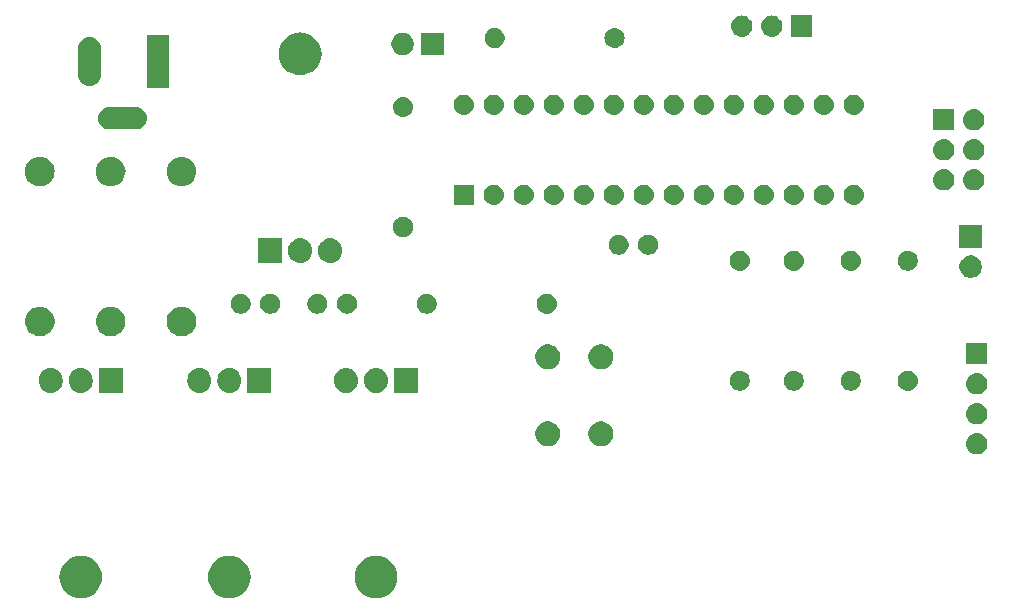
<source format=gbr>
G04 #@! TF.GenerationSoftware,KiCad,Pcbnew,(5.1.2)-2*
G04 #@! TF.CreationDate,2019-10-07T13:10:27+02:00*
G04 #@! TF.ProjectId,IR_RGB_LEDSTRIP_DRIVER,49525f52-4742-45f4-9c45-445354524950,rev?*
G04 #@! TF.SameCoordinates,Original*
G04 #@! TF.FileFunction,Soldermask,Bot*
G04 #@! TF.FilePolarity,Negative*
%FSLAX46Y46*%
G04 Gerber Fmt 4.6, Leading zero omitted, Abs format (unit mm)*
G04 Created by KiCad (PCBNEW (5.1.2)-2) date 2019-10-07 13:10:27*
%MOMM*%
%LPD*%
G04 APERTURE LIST*
%ADD10C,0.150000*%
G04 APERTURE END LIST*
D10*
G36*
X8136669Y-47867686D02*
G01*
X8313058Y-47885059D01*
X8652548Y-47988042D01*
X8652550Y-47988043D01*
X8965422Y-48155277D01*
X8965424Y-48155278D01*
X8965423Y-48155278D01*
X9239661Y-48380339D01*
X9464722Y-48654577D01*
X9631958Y-48967452D01*
X9734941Y-49306942D01*
X9769714Y-49660000D01*
X9734941Y-50013058D01*
X9631958Y-50352548D01*
X9631957Y-50352550D01*
X9464723Y-50665422D01*
X9239661Y-50939661D01*
X8965422Y-51164723D01*
X8652550Y-51331957D01*
X8652548Y-51331958D01*
X8313058Y-51434941D01*
X8136669Y-51452314D01*
X8048476Y-51461000D01*
X7871524Y-51461000D01*
X7783331Y-51452314D01*
X7606942Y-51434941D01*
X7267452Y-51331958D01*
X7267450Y-51331957D01*
X6954578Y-51164723D01*
X6680339Y-50939661D01*
X6455277Y-50665422D01*
X6288043Y-50352550D01*
X6288042Y-50352548D01*
X6185059Y-50013058D01*
X6150286Y-49660000D01*
X6185059Y-49306942D01*
X6288042Y-48967452D01*
X6455278Y-48654577D01*
X6680339Y-48380339D01*
X6954577Y-48155278D01*
X6954576Y-48155278D01*
X6954578Y-48155277D01*
X7267450Y-47988043D01*
X7267452Y-47988042D01*
X7606942Y-47885059D01*
X7783331Y-47867686D01*
X7871524Y-47859000D01*
X8048476Y-47859000D01*
X8136669Y-47867686D01*
X8136669Y-47867686D01*
G37*
G36*
X20716669Y-47867686D02*
G01*
X20893058Y-47885059D01*
X21232548Y-47988042D01*
X21232550Y-47988043D01*
X21545422Y-48155277D01*
X21545424Y-48155278D01*
X21545423Y-48155278D01*
X21819661Y-48380339D01*
X22044722Y-48654577D01*
X22211958Y-48967452D01*
X22314941Y-49306942D01*
X22349714Y-49660000D01*
X22314941Y-50013058D01*
X22211958Y-50352548D01*
X22211957Y-50352550D01*
X22044723Y-50665422D01*
X21819661Y-50939661D01*
X21545422Y-51164723D01*
X21232550Y-51331957D01*
X21232548Y-51331958D01*
X20893058Y-51434941D01*
X20716669Y-51452314D01*
X20628476Y-51461000D01*
X20451524Y-51461000D01*
X20363331Y-51452314D01*
X20186942Y-51434941D01*
X19847452Y-51331958D01*
X19847450Y-51331957D01*
X19534578Y-51164723D01*
X19260339Y-50939661D01*
X19035277Y-50665422D01*
X18868043Y-50352550D01*
X18868042Y-50352548D01*
X18765059Y-50013058D01*
X18730286Y-49660000D01*
X18765059Y-49306942D01*
X18868042Y-48967452D01*
X19035278Y-48654577D01*
X19260339Y-48380339D01*
X19534577Y-48155278D01*
X19534576Y-48155278D01*
X19534578Y-48155277D01*
X19847450Y-47988043D01*
X19847452Y-47988042D01*
X20186942Y-47885059D01*
X20363331Y-47867686D01*
X20451524Y-47859000D01*
X20628476Y-47859000D01*
X20716669Y-47867686D01*
X20716669Y-47867686D01*
G37*
G36*
X33136669Y-47867686D02*
G01*
X33313058Y-47885059D01*
X33652548Y-47988042D01*
X33652550Y-47988043D01*
X33965422Y-48155277D01*
X33965424Y-48155278D01*
X33965423Y-48155278D01*
X34239661Y-48380339D01*
X34464722Y-48654577D01*
X34631958Y-48967452D01*
X34734941Y-49306942D01*
X34769714Y-49660000D01*
X34734941Y-50013058D01*
X34631958Y-50352548D01*
X34631957Y-50352550D01*
X34464723Y-50665422D01*
X34239661Y-50939661D01*
X33965422Y-51164723D01*
X33652550Y-51331957D01*
X33652548Y-51331958D01*
X33313058Y-51434941D01*
X33136669Y-51452314D01*
X33048476Y-51461000D01*
X32871524Y-51461000D01*
X32783331Y-51452314D01*
X32606942Y-51434941D01*
X32267452Y-51331958D01*
X32267450Y-51331957D01*
X31954578Y-51164723D01*
X31680339Y-50939661D01*
X31455277Y-50665422D01*
X31288043Y-50352550D01*
X31288042Y-50352548D01*
X31185059Y-50013058D01*
X31150286Y-49660000D01*
X31185059Y-49306942D01*
X31288042Y-48967452D01*
X31455278Y-48654577D01*
X31680339Y-48380339D01*
X31954577Y-48155278D01*
X31954576Y-48155278D01*
X31954578Y-48155277D01*
X32267450Y-47988043D01*
X32267452Y-47988042D01*
X32606942Y-47885059D01*
X32783331Y-47867686D01*
X32871524Y-47859000D01*
X33048476Y-47859000D01*
X33136669Y-47867686D01*
X33136669Y-47867686D01*
G37*
G36*
X83930442Y-37459518D02*
G01*
X83996627Y-37466037D01*
X84166466Y-37517557D01*
X84322991Y-37601222D01*
X84325786Y-37603516D01*
X84460186Y-37713814D01*
X84543448Y-37815271D01*
X84572778Y-37851009D01*
X84656443Y-38007534D01*
X84707963Y-38177373D01*
X84725359Y-38354000D01*
X84707963Y-38530627D01*
X84656443Y-38700466D01*
X84572778Y-38856991D01*
X84543448Y-38892729D01*
X84460186Y-38994186D01*
X84358729Y-39077448D01*
X84322991Y-39106778D01*
X84166466Y-39190443D01*
X83996627Y-39241963D01*
X83930442Y-39248482D01*
X83864260Y-39255000D01*
X83775740Y-39255000D01*
X83709558Y-39248482D01*
X83643373Y-39241963D01*
X83473534Y-39190443D01*
X83317009Y-39106778D01*
X83281271Y-39077448D01*
X83179814Y-38994186D01*
X83096552Y-38892729D01*
X83067222Y-38856991D01*
X82983557Y-38700466D01*
X82932037Y-38530627D01*
X82914641Y-38354000D01*
X82932037Y-38177373D01*
X82983557Y-38007534D01*
X83067222Y-37851009D01*
X83096552Y-37815271D01*
X83179814Y-37713814D01*
X83314214Y-37603516D01*
X83317009Y-37601222D01*
X83473534Y-37517557D01*
X83643373Y-37466037D01*
X83709558Y-37459518D01*
X83775740Y-37453000D01*
X83864260Y-37453000D01*
X83930442Y-37459518D01*
X83930442Y-37459518D01*
G37*
G36*
X52306564Y-36489389D02*
G01*
X52493398Y-36566778D01*
X52497835Y-36568616D01*
X52620296Y-36650442D01*
X52669973Y-36683635D01*
X52816365Y-36830027D01*
X52931385Y-37002167D01*
X53010611Y-37193436D01*
X53051000Y-37396484D01*
X53051000Y-37603516D01*
X53010611Y-37806564D01*
X52992201Y-37851009D01*
X52931384Y-37997835D01*
X52816365Y-38169973D01*
X52669973Y-38316365D01*
X52497835Y-38431384D01*
X52497834Y-38431385D01*
X52497833Y-38431385D01*
X52306564Y-38510611D01*
X52103516Y-38551000D01*
X51896484Y-38551000D01*
X51693436Y-38510611D01*
X51502167Y-38431385D01*
X51502166Y-38431385D01*
X51502165Y-38431384D01*
X51330027Y-38316365D01*
X51183635Y-38169973D01*
X51068616Y-37997835D01*
X51007799Y-37851009D01*
X50989389Y-37806564D01*
X50949000Y-37603516D01*
X50949000Y-37396484D01*
X50989389Y-37193436D01*
X51068615Y-37002167D01*
X51183635Y-36830027D01*
X51330027Y-36683635D01*
X51379704Y-36650442D01*
X51502165Y-36568616D01*
X51506602Y-36566778D01*
X51693436Y-36489389D01*
X51896484Y-36449000D01*
X52103516Y-36449000D01*
X52306564Y-36489389D01*
X52306564Y-36489389D01*
G37*
G36*
X47806564Y-36489389D02*
G01*
X47993398Y-36566778D01*
X47997835Y-36568616D01*
X48120296Y-36650442D01*
X48169973Y-36683635D01*
X48316365Y-36830027D01*
X48431385Y-37002167D01*
X48510611Y-37193436D01*
X48551000Y-37396484D01*
X48551000Y-37603516D01*
X48510611Y-37806564D01*
X48492201Y-37851009D01*
X48431384Y-37997835D01*
X48316365Y-38169973D01*
X48169973Y-38316365D01*
X47997835Y-38431384D01*
X47997834Y-38431385D01*
X47997833Y-38431385D01*
X47806564Y-38510611D01*
X47603516Y-38551000D01*
X47396484Y-38551000D01*
X47193436Y-38510611D01*
X47002167Y-38431385D01*
X47002166Y-38431385D01*
X47002165Y-38431384D01*
X46830027Y-38316365D01*
X46683635Y-38169973D01*
X46568616Y-37997835D01*
X46507799Y-37851009D01*
X46489389Y-37806564D01*
X46449000Y-37603516D01*
X46449000Y-37396484D01*
X46489389Y-37193436D01*
X46568615Y-37002167D01*
X46683635Y-36830027D01*
X46830027Y-36683635D01*
X46879704Y-36650442D01*
X47002165Y-36568616D01*
X47006602Y-36566778D01*
X47193436Y-36489389D01*
X47396484Y-36449000D01*
X47603516Y-36449000D01*
X47806564Y-36489389D01*
X47806564Y-36489389D01*
G37*
G36*
X83930442Y-34919518D02*
G01*
X83996627Y-34926037D01*
X84166466Y-34977557D01*
X84322991Y-35061222D01*
X84358729Y-35090552D01*
X84460186Y-35173814D01*
X84543448Y-35275271D01*
X84572778Y-35311009D01*
X84656443Y-35467534D01*
X84707963Y-35637373D01*
X84725359Y-35814000D01*
X84707963Y-35990627D01*
X84656443Y-36160466D01*
X84572778Y-36316991D01*
X84543448Y-36352729D01*
X84460186Y-36454186D01*
X84358729Y-36537448D01*
X84322991Y-36566778D01*
X84166466Y-36650443D01*
X83996627Y-36701963D01*
X83930443Y-36708481D01*
X83864260Y-36715000D01*
X83775740Y-36715000D01*
X83709557Y-36708481D01*
X83643373Y-36701963D01*
X83473534Y-36650443D01*
X83317009Y-36566778D01*
X83281271Y-36537448D01*
X83179814Y-36454186D01*
X83096552Y-36352729D01*
X83067222Y-36316991D01*
X82983557Y-36160466D01*
X82932037Y-35990627D01*
X82914641Y-35814000D01*
X82932037Y-35637373D01*
X82983557Y-35467534D01*
X83067222Y-35311009D01*
X83096552Y-35275271D01*
X83179814Y-35173814D01*
X83281271Y-35090552D01*
X83317009Y-35061222D01*
X83473534Y-34977557D01*
X83643373Y-34926037D01*
X83709558Y-34919518D01*
X83775740Y-34913000D01*
X83864260Y-34913000D01*
X83930442Y-34919518D01*
X83930442Y-34919518D01*
G37*
G36*
X83930442Y-32379518D02*
G01*
X83996627Y-32386037D01*
X84166466Y-32437557D01*
X84322991Y-32521222D01*
X84351869Y-32544922D01*
X84460186Y-32633814D01*
X84543448Y-32735271D01*
X84572778Y-32771009D01*
X84656443Y-32927534D01*
X84707963Y-33097373D01*
X84725359Y-33274000D01*
X84707963Y-33450627D01*
X84656443Y-33620466D01*
X84572778Y-33776991D01*
X84543448Y-33812729D01*
X84460186Y-33914186D01*
X84381089Y-33979098D01*
X84322991Y-34026778D01*
X84166466Y-34110443D01*
X83996627Y-34161963D01*
X83930442Y-34168482D01*
X83864260Y-34175000D01*
X83775740Y-34175000D01*
X83709558Y-34168482D01*
X83643373Y-34161963D01*
X83473534Y-34110443D01*
X83317009Y-34026778D01*
X83258911Y-33979098D01*
X83179814Y-33914186D01*
X83096552Y-33812729D01*
X83067222Y-33776991D01*
X82983557Y-33620466D01*
X82932037Y-33450627D01*
X82914641Y-33274000D01*
X82932037Y-33097373D01*
X82983557Y-32927534D01*
X83067222Y-32771009D01*
X83096552Y-32735271D01*
X83179814Y-32633814D01*
X83288131Y-32544922D01*
X83317009Y-32521222D01*
X83473534Y-32437557D01*
X83643373Y-32386037D01*
X83709558Y-32379518D01*
X83775740Y-32373000D01*
X83864260Y-32373000D01*
X83930442Y-32379518D01*
X83930442Y-32379518D01*
G37*
G36*
X30616720Y-31963520D02*
G01*
X30805881Y-32020901D01*
X30980212Y-32114083D01*
X31133015Y-32239485D01*
X31258417Y-32392288D01*
X31282614Y-32437558D01*
X31351598Y-32566617D01*
X31351599Y-32566620D01*
X31408980Y-32755781D01*
X31423500Y-32903207D01*
X31423500Y-33096794D01*
X31408980Y-33244220D01*
X31351599Y-33433381D01*
X31258417Y-33607712D01*
X31133015Y-33760515D01*
X30980212Y-33885917D01*
X30927326Y-33914185D01*
X30805883Y-33979098D01*
X30805880Y-33979099D01*
X30616719Y-34036480D01*
X30420000Y-34055855D01*
X30223280Y-34036480D01*
X30034119Y-33979099D01*
X29859788Y-33885917D01*
X29706985Y-33760515D01*
X29581583Y-33607712D01*
X29521378Y-33495076D01*
X29488402Y-33433383D01*
X29485282Y-33423097D01*
X29431020Y-33244219D01*
X29416500Y-33096793D01*
X29416500Y-32903206D01*
X29431020Y-32755780D01*
X29488401Y-32566619D01*
X29581583Y-32392288D01*
X29706985Y-32239485D01*
X29859788Y-32114083D01*
X30034120Y-32020901D01*
X30223281Y-31963520D01*
X30420000Y-31944145D01*
X30616720Y-31963520D01*
X30616720Y-31963520D01*
G37*
G36*
X33156720Y-31963520D02*
G01*
X33345881Y-32020901D01*
X33520212Y-32114083D01*
X33673015Y-32239485D01*
X33798417Y-32392288D01*
X33822614Y-32437558D01*
X33891598Y-32566617D01*
X33891599Y-32566620D01*
X33948980Y-32755781D01*
X33963500Y-32903207D01*
X33963500Y-33096794D01*
X33948980Y-33244220D01*
X33891599Y-33433381D01*
X33798417Y-33607712D01*
X33673015Y-33760515D01*
X33520212Y-33885917D01*
X33467326Y-33914185D01*
X33345883Y-33979098D01*
X33345880Y-33979099D01*
X33156719Y-34036480D01*
X32960000Y-34055855D01*
X32763280Y-34036480D01*
X32574119Y-33979099D01*
X32399788Y-33885917D01*
X32246985Y-33760515D01*
X32121583Y-33607712D01*
X32061378Y-33495076D01*
X32028402Y-33433383D01*
X32025282Y-33423097D01*
X31971020Y-33244219D01*
X31956500Y-33096793D01*
X31956500Y-32903206D01*
X31971020Y-32755780D01*
X32028401Y-32566619D01*
X32121583Y-32392288D01*
X32246985Y-32239485D01*
X32399788Y-32114083D01*
X32574120Y-32020901D01*
X32763281Y-31963520D01*
X32960000Y-31944145D01*
X33156720Y-31963520D01*
X33156720Y-31963520D01*
G37*
G36*
X8156720Y-31963520D02*
G01*
X8345881Y-32020901D01*
X8520212Y-32114083D01*
X8673015Y-32239485D01*
X8798417Y-32392288D01*
X8822614Y-32437558D01*
X8891598Y-32566617D01*
X8891599Y-32566620D01*
X8948980Y-32755781D01*
X8963500Y-32903207D01*
X8963500Y-33096794D01*
X8948980Y-33244220D01*
X8891599Y-33433381D01*
X8798417Y-33607712D01*
X8673015Y-33760515D01*
X8520212Y-33885917D01*
X8467326Y-33914185D01*
X8345883Y-33979098D01*
X8345880Y-33979099D01*
X8156719Y-34036480D01*
X7960000Y-34055855D01*
X7763280Y-34036480D01*
X7574119Y-33979099D01*
X7399788Y-33885917D01*
X7246985Y-33760515D01*
X7121583Y-33607712D01*
X7061378Y-33495076D01*
X7028402Y-33433383D01*
X7025282Y-33423097D01*
X6971020Y-33244219D01*
X6956500Y-33096793D01*
X6956500Y-32903206D01*
X6971020Y-32755780D01*
X7028401Y-32566619D01*
X7121583Y-32392288D01*
X7246985Y-32239485D01*
X7399788Y-32114083D01*
X7574120Y-32020901D01*
X7763281Y-31963520D01*
X7960000Y-31944145D01*
X8156720Y-31963520D01*
X8156720Y-31963520D01*
G37*
G36*
X5616720Y-31963520D02*
G01*
X5805881Y-32020901D01*
X5980212Y-32114083D01*
X6133015Y-32239485D01*
X6258417Y-32392288D01*
X6282614Y-32437558D01*
X6351598Y-32566617D01*
X6351599Y-32566620D01*
X6408980Y-32755781D01*
X6423500Y-32903207D01*
X6423500Y-33096794D01*
X6408980Y-33244220D01*
X6351599Y-33433381D01*
X6258417Y-33607712D01*
X6133015Y-33760515D01*
X5980212Y-33885917D01*
X5927326Y-33914185D01*
X5805883Y-33979098D01*
X5805880Y-33979099D01*
X5616719Y-34036480D01*
X5420000Y-34055855D01*
X5223280Y-34036480D01*
X5034119Y-33979099D01*
X4859788Y-33885917D01*
X4706985Y-33760515D01*
X4581583Y-33607712D01*
X4521378Y-33495076D01*
X4488402Y-33433383D01*
X4485282Y-33423097D01*
X4431020Y-33244219D01*
X4416500Y-33096793D01*
X4416500Y-32903206D01*
X4431020Y-32755780D01*
X4488401Y-32566619D01*
X4581583Y-32392288D01*
X4706985Y-32239485D01*
X4859788Y-32114083D01*
X5034120Y-32020901D01*
X5223281Y-31963520D01*
X5420000Y-31944145D01*
X5616720Y-31963520D01*
X5616720Y-31963520D01*
G37*
G36*
X20736720Y-31963520D02*
G01*
X20925881Y-32020901D01*
X21100212Y-32114083D01*
X21253015Y-32239485D01*
X21378417Y-32392288D01*
X21402614Y-32437558D01*
X21471598Y-32566617D01*
X21471599Y-32566620D01*
X21528980Y-32755781D01*
X21543500Y-32903207D01*
X21543500Y-33096794D01*
X21528980Y-33244220D01*
X21471599Y-33433381D01*
X21378417Y-33607712D01*
X21253015Y-33760515D01*
X21100212Y-33885917D01*
X21047326Y-33914185D01*
X20925883Y-33979098D01*
X20925880Y-33979099D01*
X20736719Y-34036480D01*
X20540000Y-34055855D01*
X20343280Y-34036480D01*
X20154119Y-33979099D01*
X19979788Y-33885917D01*
X19826985Y-33760515D01*
X19701583Y-33607712D01*
X19641378Y-33495076D01*
X19608402Y-33433383D01*
X19605282Y-33423097D01*
X19551020Y-33244219D01*
X19536500Y-33096793D01*
X19536500Y-32903206D01*
X19551020Y-32755780D01*
X19608401Y-32566619D01*
X19701583Y-32392288D01*
X19826985Y-32239485D01*
X19979788Y-32114083D01*
X20154120Y-32020901D01*
X20343281Y-31963520D01*
X20540000Y-31944145D01*
X20736720Y-31963520D01*
X20736720Y-31963520D01*
G37*
G36*
X18196720Y-31963520D02*
G01*
X18385881Y-32020901D01*
X18560212Y-32114083D01*
X18713015Y-32239485D01*
X18838417Y-32392288D01*
X18862614Y-32437558D01*
X18931598Y-32566617D01*
X18931599Y-32566620D01*
X18988980Y-32755781D01*
X19003500Y-32903207D01*
X19003500Y-33096794D01*
X18988980Y-33244220D01*
X18931599Y-33433381D01*
X18838417Y-33607712D01*
X18713015Y-33760515D01*
X18560212Y-33885917D01*
X18507326Y-33914185D01*
X18385883Y-33979098D01*
X18385880Y-33979099D01*
X18196719Y-34036480D01*
X18000000Y-34055855D01*
X17803280Y-34036480D01*
X17614119Y-33979099D01*
X17439788Y-33885917D01*
X17286985Y-33760515D01*
X17161583Y-33607712D01*
X17101378Y-33495076D01*
X17068402Y-33433383D01*
X17065282Y-33423097D01*
X17011020Y-33244219D01*
X16996500Y-33096793D01*
X16996500Y-32903206D01*
X17011020Y-32755780D01*
X17068401Y-32566619D01*
X17161583Y-32392288D01*
X17286985Y-32239485D01*
X17439788Y-32114083D01*
X17614120Y-32020901D01*
X17803281Y-31963520D01*
X18000000Y-31944145D01*
X18196720Y-31963520D01*
X18196720Y-31963520D01*
G37*
G36*
X36503500Y-34051000D02*
G01*
X34496500Y-34051000D01*
X34496500Y-31949000D01*
X36503500Y-31949000D01*
X36503500Y-34051000D01*
X36503500Y-34051000D01*
G37*
G36*
X11503500Y-34051000D02*
G01*
X9496500Y-34051000D01*
X9496500Y-31949000D01*
X11503500Y-31949000D01*
X11503500Y-34051000D01*
X11503500Y-34051000D01*
G37*
G36*
X24083500Y-34051000D02*
G01*
X22076500Y-34051000D01*
X22076500Y-31949000D01*
X24083500Y-31949000D01*
X24083500Y-34051000D01*
X24083500Y-34051000D01*
G37*
G36*
X78144823Y-32181313D02*
G01*
X78305242Y-32229976D01*
X78372361Y-32265852D01*
X78453078Y-32308996D01*
X78582659Y-32415341D01*
X78689004Y-32544922D01*
X78689005Y-32544924D01*
X78768024Y-32692758D01*
X78816687Y-32853177D01*
X78833117Y-33020000D01*
X78816687Y-33186823D01*
X78768024Y-33347242D01*
X78697114Y-33479906D01*
X78689004Y-33495078D01*
X78582659Y-33624659D01*
X78453078Y-33731004D01*
X78453076Y-33731005D01*
X78305242Y-33810024D01*
X78144823Y-33858687D01*
X78019804Y-33871000D01*
X77936196Y-33871000D01*
X77811177Y-33858687D01*
X77650758Y-33810024D01*
X77502924Y-33731005D01*
X77502922Y-33731004D01*
X77373341Y-33624659D01*
X77266996Y-33495078D01*
X77258886Y-33479906D01*
X77187976Y-33347242D01*
X77139313Y-33186823D01*
X77122883Y-33020000D01*
X77139313Y-32853177D01*
X77187976Y-32692758D01*
X77266995Y-32544924D01*
X77266996Y-32544922D01*
X77373341Y-32415341D01*
X77502922Y-32308996D01*
X77583639Y-32265852D01*
X77650758Y-32229976D01*
X77811177Y-32181313D01*
X77936196Y-32169000D01*
X78019804Y-32169000D01*
X78144823Y-32181313D01*
X78144823Y-32181313D01*
G37*
G36*
X73400228Y-32201703D02*
G01*
X73555100Y-32265853D01*
X73694481Y-32358985D01*
X73813015Y-32477519D01*
X73906147Y-32616900D01*
X73970297Y-32771772D01*
X74003000Y-32936184D01*
X74003000Y-33103816D01*
X73970297Y-33268228D01*
X73906147Y-33423100D01*
X73813015Y-33562481D01*
X73694481Y-33681015D01*
X73555100Y-33774147D01*
X73400228Y-33838297D01*
X73235816Y-33871000D01*
X73068184Y-33871000D01*
X72903772Y-33838297D01*
X72748900Y-33774147D01*
X72609519Y-33681015D01*
X72490985Y-33562481D01*
X72397853Y-33423100D01*
X72333703Y-33268228D01*
X72301000Y-33103816D01*
X72301000Y-32936184D01*
X72333703Y-32771772D01*
X72397853Y-32616900D01*
X72490985Y-32477519D01*
X72609519Y-32358985D01*
X72748900Y-32265853D01*
X72903772Y-32201703D01*
X73068184Y-32169000D01*
X73235816Y-32169000D01*
X73400228Y-32201703D01*
X73400228Y-32201703D01*
G37*
G36*
X68574228Y-32201703D02*
G01*
X68729100Y-32265853D01*
X68868481Y-32358985D01*
X68987015Y-32477519D01*
X69080147Y-32616900D01*
X69144297Y-32771772D01*
X69177000Y-32936184D01*
X69177000Y-33103816D01*
X69144297Y-33268228D01*
X69080147Y-33423100D01*
X68987015Y-33562481D01*
X68868481Y-33681015D01*
X68729100Y-33774147D01*
X68574228Y-33838297D01*
X68409816Y-33871000D01*
X68242184Y-33871000D01*
X68077772Y-33838297D01*
X67922900Y-33774147D01*
X67783519Y-33681015D01*
X67664985Y-33562481D01*
X67571853Y-33423100D01*
X67507703Y-33268228D01*
X67475000Y-33103816D01*
X67475000Y-32936184D01*
X67507703Y-32771772D01*
X67571853Y-32616900D01*
X67664985Y-32477519D01*
X67783519Y-32358985D01*
X67922900Y-32265853D01*
X68077772Y-32201703D01*
X68242184Y-32169000D01*
X68409816Y-32169000D01*
X68574228Y-32201703D01*
X68574228Y-32201703D01*
G37*
G36*
X64002228Y-32201703D02*
G01*
X64157100Y-32265853D01*
X64296481Y-32358985D01*
X64415015Y-32477519D01*
X64508147Y-32616900D01*
X64572297Y-32771772D01*
X64605000Y-32936184D01*
X64605000Y-33103816D01*
X64572297Y-33268228D01*
X64508147Y-33423100D01*
X64415015Y-33562481D01*
X64296481Y-33681015D01*
X64157100Y-33774147D01*
X64002228Y-33838297D01*
X63837816Y-33871000D01*
X63670184Y-33871000D01*
X63505772Y-33838297D01*
X63350900Y-33774147D01*
X63211519Y-33681015D01*
X63092985Y-33562481D01*
X62999853Y-33423100D01*
X62935703Y-33268228D01*
X62903000Y-33103816D01*
X62903000Y-32936184D01*
X62935703Y-32771772D01*
X62999853Y-32616900D01*
X63092985Y-32477519D01*
X63211519Y-32358985D01*
X63350900Y-32265853D01*
X63505772Y-32201703D01*
X63670184Y-32169000D01*
X63837816Y-32169000D01*
X64002228Y-32201703D01*
X64002228Y-32201703D01*
G37*
G36*
X47806564Y-29989389D02*
G01*
X47997833Y-30068615D01*
X47997835Y-30068616D01*
X48169973Y-30183635D01*
X48316365Y-30330027D01*
X48431385Y-30502167D01*
X48510611Y-30693436D01*
X48551000Y-30896484D01*
X48551000Y-31103516D01*
X48510611Y-31306564D01*
X48431385Y-31497833D01*
X48431384Y-31497835D01*
X48316365Y-31669973D01*
X48169973Y-31816365D01*
X47997835Y-31931384D01*
X47997834Y-31931385D01*
X47997833Y-31931385D01*
X47806564Y-32010611D01*
X47603516Y-32051000D01*
X47396484Y-32051000D01*
X47193436Y-32010611D01*
X47002167Y-31931385D01*
X47002166Y-31931385D01*
X47002165Y-31931384D01*
X46830027Y-31816365D01*
X46683635Y-31669973D01*
X46568616Y-31497835D01*
X46568615Y-31497833D01*
X46489389Y-31306564D01*
X46449000Y-31103516D01*
X46449000Y-30896484D01*
X46489389Y-30693436D01*
X46568615Y-30502167D01*
X46683635Y-30330027D01*
X46830027Y-30183635D01*
X47002165Y-30068616D01*
X47002167Y-30068615D01*
X47193436Y-29989389D01*
X47396484Y-29949000D01*
X47603516Y-29949000D01*
X47806564Y-29989389D01*
X47806564Y-29989389D01*
G37*
G36*
X52306564Y-29989389D02*
G01*
X52497833Y-30068615D01*
X52497835Y-30068616D01*
X52669973Y-30183635D01*
X52816365Y-30330027D01*
X52931385Y-30502167D01*
X53010611Y-30693436D01*
X53051000Y-30896484D01*
X53051000Y-31103516D01*
X53010611Y-31306564D01*
X52931385Y-31497833D01*
X52931384Y-31497835D01*
X52816365Y-31669973D01*
X52669973Y-31816365D01*
X52497835Y-31931384D01*
X52497834Y-31931385D01*
X52497833Y-31931385D01*
X52306564Y-32010611D01*
X52103516Y-32051000D01*
X51896484Y-32051000D01*
X51693436Y-32010611D01*
X51502167Y-31931385D01*
X51502166Y-31931385D01*
X51502165Y-31931384D01*
X51330027Y-31816365D01*
X51183635Y-31669973D01*
X51068616Y-31497835D01*
X51068615Y-31497833D01*
X50989389Y-31306564D01*
X50949000Y-31103516D01*
X50949000Y-30896484D01*
X50989389Y-30693436D01*
X51068615Y-30502167D01*
X51183635Y-30330027D01*
X51330027Y-30183635D01*
X51502165Y-30068616D01*
X51502167Y-30068615D01*
X51693436Y-29989389D01*
X51896484Y-29949000D01*
X52103516Y-29949000D01*
X52306564Y-29989389D01*
X52306564Y-29989389D01*
G37*
G36*
X84721000Y-31635000D02*
G01*
X82919000Y-31635000D01*
X82919000Y-29833000D01*
X84721000Y-29833000D01*
X84721000Y-31635000D01*
X84721000Y-31635000D01*
G37*
G36*
X16864903Y-26797075D02*
G01*
X16937726Y-26827239D01*
X17092571Y-26891378D01*
X17297466Y-27028285D01*
X17471715Y-27202534D01*
X17608622Y-27407429D01*
X17702925Y-27635097D01*
X17751000Y-27876787D01*
X17751000Y-28123213D01*
X17702925Y-28364903D01*
X17608622Y-28592571D01*
X17471715Y-28797466D01*
X17297466Y-28971715D01*
X17092571Y-29108622D01*
X17092570Y-29108623D01*
X17092569Y-29108623D01*
X16864903Y-29202925D01*
X16623214Y-29251000D01*
X16376786Y-29251000D01*
X16135097Y-29202925D01*
X15907431Y-29108623D01*
X15907430Y-29108623D01*
X15907429Y-29108622D01*
X15702534Y-28971715D01*
X15528285Y-28797466D01*
X15391378Y-28592571D01*
X15297075Y-28364903D01*
X15249000Y-28123213D01*
X15249000Y-27876787D01*
X15297075Y-27635097D01*
X15391378Y-27407429D01*
X15528285Y-27202534D01*
X15702534Y-27028285D01*
X15907429Y-26891378D01*
X16062275Y-26827239D01*
X16135097Y-26797075D01*
X16376786Y-26749000D01*
X16623214Y-26749000D01*
X16864903Y-26797075D01*
X16864903Y-26797075D01*
G37*
G36*
X4864903Y-26797075D02*
G01*
X4937726Y-26827239D01*
X5092571Y-26891378D01*
X5297466Y-27028285D01*
X5471715Y-27202534D01*
X5608622Y-27407429D01*
X5702925Y-27635097D01*
X5751000Y-27876787D01*
X5751000Y-28123213D01*
X5702925Y-28364903D01*
X5608622Y-28592571D01*
X5471715Y-28797466D01*
X5297466Y-28971715D01*
X5092571Y-29108622D01*
X5092570Y-29108623D01*
X5092569Y-29108623D01*
X4864903Y-29202925D01*
X4623214Y-29251000D01*
X4376786Y-29251000D01*
X4135097Y-29202925D01*
X3907431Y-29108623D01*
X3907430Y-29108623D01*
X3907429Y-29108622D01*
X3702534Y-28971715D01*
X3528285Y-28797466D01*
X3391378Y-28592571D01*
X3297075Y-28364903D01*
X3249000Y-28123213D01*
X3249000Y-27876787D01*
X3297075Y-27635097D01*
X3391378Y-27407429D01*
X3528285Y-27202534D01*
X3702534Y-27028285D01*
X3907429Y-26891378D01*
X4062275Y-26827239D01*
X4135097Y-26797075D01*
X4376786Y-26749000D01*
X4623214Y-26749000D01*
X4864903Y-26797075D01*
X4864903Y-26797075D01*
G37*
G36*
X10864903Y-26797075D02*
G01*
X10937726Y-26827239D01*
X11092571Y-26891378D01*
X11297466Y-27028285D01*
X11471715Y-27202534D01*
X11608622Y-27407429D01*
X11702925Y-27635097D01*
X11751000Y-27876787D01*
X11751000Y-28123213D01*
X11702925Y-28364903D01*
X11608622Y-28592571D01*
X11471715Y-28797466D01*
X11297466Y-28971715D01*
X11092571Y-29108622D01*
X11092570Y-29108623D01*
X11092569Y-29108623D01*
X10864903Y-29202925D01*
X10623214Y-29251000D01*
X10376786Y-29251000D01*
X10135097Y-29202925D01*
X9907431Y-29108623D01*
X9907430Y-29108623D01*
X9907429Y-29108622D01*
X9702534Y-28971715D01*
X9528285Y-28797466D01*
X9391378Y-28592571D01*
X9297075Y-28364903D01*
X9249000Y-28123213D01*
X9249000Y-27876787D01*
X9297075Y-27635097D01*
X9391378Y-27407429D01*
X9528285Y-27202534D01*
X9702534Y-27028285D01*
X9907429Y-26891378D01*
X10062275Y-26827239D01*
X10135097Y-26797075D01*
X10376786Y-26749000D01*
X10623214Y-26749000D01*
X10864903Y-26797075D01*
X10864903Y-26797075D01*
G37*
G36*
X24248228Y-25681703D02*
G01*
X24403100Y-25745853D01*
X24542481Y-25838985D01*
X24661015Y-25957519D01*
X24754147Y-26096900D01*
X24818297Y-26251772D01*
X24851000Y-26416184D01*
X24851000Y-26583816D01*
X24818297Y-26748228D01*
X24754147Y-26903100D01*
X24661015Y-27042481D01*
X24542481Y-27161015D01*
X24403100Y-27254147D01*
X24248228Y-27318297D01*
X24083816Y-27351000D01*
X23916184Y-27351000D01*
X23751772Y-27318297D01*
X23596900Y-27254147D01*
X23457519Y-27161015D01*
X23338985Y-27042481D01*
X23245853Y-26903100D01*
X23181703Y-26748228D01*
X23149000Y-26583816D01*
X23149000Y-26416184D01*
X23181703Y-26251772D01*
X23245853Y-26096900D01*
X23338985Y-25957519D01*
X23457519Y-25838985D01*
X23596900Y-25745853D01*
X23751772Y-25681703D01*
X23916184Y-25649000D01*
X24083816Y-25649000D01*
X24248228Y-25681703D01*
X24248228Y-25681703D01*
G37*
G36*
X21748228Y-25681703D02*
G01*
X21903100Y-25745853D01*
X22042481Y-25838985D01*
X22161015Y-25957519D01*
X22254147Y-26096900D01*
X22318297Y-26251772D01*
X22351000Y-26416184D01*
X22351000Y-26583816D01*
X22318297Y-26748228D01*
X22254147Y-26903100D01*
X22161015Y-27042481D01*
X22042481Y-27161015D01*
X21903100Y-27254147D01*
X21748228Y-27318297D01*
X21583816Y-27351000D01*
X21416184Y-27351000D01*
X21251772Y-27318297D01*
X21096900Y-27254147D01*
X20957519Y-27161015D01*
X20838985Y-27042481D01*
X20745853Y-26903100D01*
X20681703Y-26748228D01*
X20649000Y-26583816D01*
X20649000Y-26416184D01*
X20681703Y-26251772D01*
X20745853Y-26096900D01*
X20838985Y-25957519D01*
X20957519Y-25838985D01*
X21096900Y-25745853D01*
X21251772Y-25681703D01*
X21416184Y-25649000D01*
X21583816Y-25649000D01*
X21748228Y-25681703D01*
X21748228Y-25681703D01*
G37*
G36*
X30748228Y-25681703D02*
G01*
X30903100Y-25745853D01*
X31042481Y-25838985D01*
X31161015Y-25957519D01*
X31254147Y-26096900D01*
X31318297Y-26251772D01*
X31351000Y-26416184D01*
X31351000Y-26583816D01*
X31318297Y-26748228D01*
X31254147Y-26903100D01*
X31161015Y-27042481D01*
X31042481Y-27161015D01*
X30903100Y-27254147D01*
X30748228Y-27318297D01*
X30583816Y-27351000D01*
X30416184Y-27351000D01*
X30251772Y-27318297D01*
X30096900Y-27254147D01*
X29957519Y-27161015D01*
X29838985Y-27042481D01*
X29745853Y-26903100D01*
X29681703Y-26748228D01*
X29649000Y-26583816D01*
X29649000Y-26416184D01*
X29681703Y-26251772D01*
X29745853Y-26096900D01*
X29838985Y-25957519D01*
X29957519Y-25838985D01*
X30096900Y-25745853D01*
X30251772Y-25681703D01*
X30416184Y-25649000D01*
X30583816Y-25649000D01*
X30748228Y-25681703D01*
X30748228Y-25681703D01*
G37*
G36*
X28248228Y-25681703D02*
G01*
X28403100Y-25745853D01*
X28542481Y-25838985D01*
X28661015Y-25957519D01*
X28754147Y-26096900D01*
X28818297Y-26251772D01*
X28851000Y-26416184D01*
X28851000Y-26583816D01*
X28818297Y-26748228D01*
X28754147Y-26903100D01*
X28661015Y-27042481D01*
X28542481Y-27161015D01*
X28403100Y-27254147D01*
X28248228Y-27318297D01*
X28083816Y-27351000D01*
X27916184Y-27351000D01*
X27751772Y-27318297D01*
X27596900Y-27254147D01*
X27457519Y-27161015D01*
X27338985Y-27042481D01*
X27245853Y-26903100D01*
X27181703Y-26748228D01*
X27149000Y-26583816D01*
X27149000Y-26416184D01*
X27181703Y-26251772D01*
X27245853Y-26096900D01*
X27338985Y-25957519D01*
X27457519Y-25838985D01*
X27596900Y-25745853D01*
X27751772Y-25681703D01*
X27916184Y-25649000D01*
X28083816Y-25649000D01*
X28248228Y-25681703D01*
X28248228Y-25681703D01*
G37*
G36*
X37498228Y-25681703D02*
G01*
X37653100Y-25745853D01*
X37792481Y-25838985D01*
X37911015Y-25957519D01*
X38004147Y-26096900D01*
X38068297Y-26251772D01*
X38101000Y-26416184D01*
X38101000Y-26583816D01*
X38068297Y-26748228D01*
X38004147Y-26903100D01*
X37911015Y-27042481D01*
X37792481Y-27161015D01*
X37653100Y-27254147D01*
X37498228Y-27318297D01*
X37333816Y-27351000D01*
X37166184Y-27351000D01*
X37001772Y-27318297D01*
X36846900Y-27254147D01*
X36707519Y-27161015D01*
X36588985Y-27042481D01*
X36495853Y-26903100D01*
X36431703Y-26748228D01*
X36399000Y-26583816D01*
X36399000Y-26416184D01*
X36431703Y-26251772D01*
X36495853Y-26096900D01*
X36588985Y-25957519D01*
X36707519Y-25838985D01*
X36846900Y-25745853D01*
X37001772Y-25681703D01*
X37166184Y-25649000D01*
X37333816Y-25649000D01*
X37498228Y-25681703D01*
X37498228Y-25681703D01*
G37*
G36*
X47576823Y-25661313D02*
G01*
X47737242Y-25709976D01*
X47804361Y-25745852D01*
X47885078Y-25788996D01*
X48014659Y-25895341D01*
X48121004Y-26024922D01*
X48121005Y-26024924D01*
X48200024Y-26172758D01*
X48248687Y-26333177D01*
X48265117Y-26500000D01*
X48248687Y-26666823D01*
X48200024Y-26827242D01*
X48159477Y-26903100D01*
X48121004Y-26975078D01*
X48014659Y-27104659D01*
X47885078Y-27211004D01*
X47885076Y-27211005D01*
X47737242Y-27290024D01*
X47576823Y-27338687D01*
X47451804Y-27351000D01*
X47368196Y-27351000D01*
X47243177Y-27338687D01*
X47082758Y-27290024D01*
X46934924Y-27211005D01*
X46934922Y-27211004D01*
X46805341Y-27104659D01*
X46698996Y-26975078D01*
X46660523Y-26903100D01*
X46619976Y-26827242D01*
X46571313Y-26666823D01*
X46554883Y-26500000D01*
X46571313Y-26333177D01*
X46619976Y-26172758D01*
X46698995Y-26024924D01*
X46698996Y-26024922D01*
X46805341Y-25895341D01*
X46934922Y-25788996D01*
X47015639Y-25745852D01*
X47082758Y-25709976D01*
X47243177Y-25661313D01*
X47368196Y-25649000D01*
X47451804Y-25649000D01*
X47576823Y-25661313D01*
X47576823Y-25661313D01*
G37*
G36*
X83589395Y-22453546D02*
G01*
X83762466Y-22525234D01*
X83762467Y-22525235D01*
X83918227Y-22629310D01*
X84050690Y-22761773D01*
X84103081Y-22840182D01*
X84154766Y-22917534D01*
X84226454Y-23090605D01*
X84263000Y-23274333D01*
X84263000Y-23461667D01*
X84226454Y-23645395D01*
X84154766Y-23818466D01*
X84154765Y-23818467D01*
X84050690Y-23974227D01*
X83918227Y-24106690D01*
X83839818Y-24159081D01*
X83762466Y-24210766D01*
X83589395Y-24282454D01*
X83405667Y-24319000D01*
X83218333Y-24319000D01*
X83034605Y-24282454D01*
X82861534Y-24210766D01*
X82784182Y-24159081D01*
X82705773Y-24106690D01*
X82573310Y-23974227D01*
X82469235Y-23818467D01*
X82469234Y-23818466D01*
X82397546Y-23645395D01*
X82361000Y-23461667D01*
X82361000Y-23274333D01*
X82397546Y-23090605D01*
X82469234Y-22917534D01*
X82520919Y-22840182D01*
X82573310Y-22761773D01*
X82705773Y-22629310D01*
X82861533Y-22525235D01*
X82861534Y-22525234D01*
X83034605Y-22453546D01*
X83218333Y-22417000D01*
X83405667Y-22417000D01*
X83589395Y-22453546D01*
X83589395Y-22453546D01*
G37*
G36*
X63920823Y-22021313D02*
G01*
X64081242Y-22069976D01*
X64148361Y-22105852D01*
X64229078Y-22148996D01*
X64358659Y-22255341D01*
X64465004Y-22384922D01*
X64465005Y-22384924D01*
X64544024Y-22532758D01*
X64592687Y-22693177D01*
X64609117Y-22860000D01*
X64592687Y-23026823D01*
X64544024Y-23187242D01*
X64503477Y-23263100D01*
X64465004Y-23335078D01*
X64358659Y-23464659D01*
X64229078Y-23571004D01*
X64229076Y-23571005D01*
X64081242Y-23650024D01*
X63920823Y-23698687D01*
X63795804Y-23711000D01*
X63712196Y-23711000D01*
X63587177Y-23698687D01*
X63426758Y-23650024D01*
X63278924Y-23571005D01*
X63278922Y-23571004D01*
X63149341Y-23464659D01*
X63042996Y-23335078D01*
X63004523Y-23263100D01*
X62963976Y-23187242D01*
X62915313Y-23026823D01*
X62898883Y-22860000D01*
X62915313Y-22693177D01*
X62963976Y-22532758D01*
X63042995Y-22384924D01*
X63042996Y-22384922D01*
X63149341Y-22255341D01*
X63278922Y-22148996D01*
X63359639Y-22105852D01*
X63426758Y-22069976D01*
X63587177Y-22021313D01*
X63712196Y-22009000D01*
X63795804Y-22009000D01*
X63920823Y-22021313D01*
X63920823Y-22021313D01*
G37*
G36*
X78226228Y-22041703D02*
G01*
X78381100Y-22105853D01*
X78520481Y-22198985D01*
X78639015Y-22317519D01*
X78732147Y-22456900D01*
X78796297Y-22611772D01*
X78829000Y-22776184D01*
X78829000Y-22943816D01*
X78796297Y-23108228D01*
X78732147Y-23263100D01*
X78639015Y-23402481D01*
X78520481Y-23521015D01*
X78381100Y-23614147D01*
X78226228Y-23678297D01*
X78061816Y-23711000D01*
X77894184Y-23711000D01*
X77729772Y-23678297D01*
X77574900Y-23614147D01*
X77435519Y-23521015D01*
X77316985Y-23402481D01*
X77223853Y-23263100D01*
X77159703Y-23108228D01*
X77127000Y-22943816D01*
X77127000Y-22776184D01*
X77159703Y-22611772D01*
X77223853Y-22456900D01*
X77316985Y-22317519D01*
X77435519Y-22198985D01*
X77574900Y-22105853D01*
X77729772Y-22041703D01*
X77894184Y-22009000D01*
X78061816Y-22009000D01*
X78226228Y-22041703D01*
X78226228Y-22041703D01*
G37*
G36*
X68492823Y-22021313D02*
G01*
X68653242Y-22069976D01*
X68720361Y-22105852D01*
X68801078Y-22148996D01*
X68930659Y-22255341D01*
X69037004Y-22384922D01*
X69037005Y-22384924D01*
X69116024Y-22532758D01*
X69164687Y-22693177D01*
X69181117Y-22860000D01*
X69164687Y-23026823D01*
X69116024Y-23187242D01*
X69075477Y-23263100D01*
X69037004Y-23335078D01*
X68930659Y-23464659D01*
X68801078Y-23571004D01*
X68801076Y-23571005D01*
X68653242Y-23650024D01*
X68492823Y-23698687D01*
X68367804Y-23711000D01*
X68284196Y-23711000D01*
X68159177Y-23698687D01*
X67998758Y-23650024D01*
X67850924Y-23571005D01*
X67850922Y-23571004D01*
X67721341Y-23464659D01*
X67614996Y-23335078D01*
X67576523Y-23263100D01*
X67535976Y-23187242D01*
X67487313Y-23026823D01*
X67470883Y-22860000D01*
X67487313Y-22693177D01*
X67535976Y-22532758D01*
X67614995Y-22384924D01*
X67614996Y-22384922D01*
X67721341Y-22255341D01*
X67850922Y-22148996D01*
X67931639Y-22105852D01*
X67998758Y-22069976D01*
X68159177Y-22021313D01*
X68284196Y-22009000D01*
X68367804Y-22009000D01*
X68492823Y-22021313D01*
X68492823Y-22021313D01*
G37*
G36*
X73318823Y-22021313D02*
G01*
X73479242Y-22069976D01*
X73546361Y-22105852D01*
X73627078Y-22148996D01*
X73756659Y-22255341D01*
X73863004Y-22384922D01*
X73863005Y-22384924D01*
X73942024Y-22532758D01*
X73990687Y-22693177D01*
X74007117Y-22860000D01*
X73990687Y-23026823D01*
X73942024Y-23187242D01*
X73901477Y-23263100D01*
X73863004Y-23335078D01*
X73756659Y-23464659D01*
X73627078Y-23571004D01*
X73627076Y-23571005D01*
X73479242Y-23650024D01*
X73318823Y-23698687D01*
X73193804Y-23711000D01*
X73110196Y-23711000D01*
X72985177Y-23698687D01*
X72824758Y-23650024D01*
X72676924Y-23571005D01*
X72676922Y-23571004D01*
X72547341Y-23464659D01*
X72440996Y-23335078D01*
X72402523Y-23263100D01*
X72361976Y-23187242D01*
X72313313Y-23026823D01*
X72296883Y-22860000D01*
X72313313Y-22693177D01*
X72361976Y-22532758D01*
X72440995Y-22384924D01*
X72440996Y-22384922D01*
X72547341Y-22255341D01*
X72676922Y-22148996D01*
X72757639Y-22105852D01*
X72824758Y-22069976D01*
X72985177Y-22021313D01*
X73110196Y-22009000D01*
X73193804Y-22009000D01*
X73318823Y-22021313D01*
X73318823Y-22021313D01*
G37*
G36*
X26736719Y-20963520D02*
G01*
X26925880Y-21020901D01*
X26925883Y-21020902D01*
X27018333Y-21070318D01*
X27100212Y-21114083D01*
X27253015Y-21239485D01*
X27378417Y-21392288D01*
X27471599Y-21566619D01*
X27528980Y-21755780D01*
X27543500Y-21903206D01*
X27543500Y-22096793D01*
X27528980Y-22244219D01*
X27486298Y-22384922D01*
X27471598Y-22433383D01*
X27459026Y-22456903D01*
X27378417Y-22607712D01*
X27253015Y-22760515D01*
X27100212Y-22885917D01*
X26925881Y-22979099D01*
X26736720Y-23036480D01*
X26540000Y-23055855D01*
X26343281Y-23036480D01*
X26154120Y-22979099D01*
X25979788Y-22885917D01*
X25826985Y-22760515D01*
X25701583Y-22607712D01*
X25608401Y-22433381D01*
X25551020Y-22244220D01*
X25536500Y-22096794D01*
X25536500Y-21903207D01*
X25536511Y-21903100D01*
X25551020Y-21755783D01*
X25551020Y-21755781D01*
X25608401Y-21566620D01*
X25608402Y-21566617D01*
X25688810Y-21416185D01*
X25701583Y-21392288D01*
X25826985Y-21239485D01*
X25979788Y-21114083D01*
X26154119Y-21020901D01*
X26343280Y-20963520D01*
X26540000Y-20944145D01*
X26736719Y-20963520D01*
X26736719Y-20963520D01*
G37*
G36*
X29276719Y-20963520D02*
G01*
X29465880Y-21020901D01*
X29465883Y-21020902D01*
X29558333Y-21070318D01*
X29640212Y-21114083D01*
X29793015Y-21239485D01*
X29918417Y-21392288D01*
X30011599Y-21566619D01*
X30068980Y-21755780D01*
X30083500Y-21903206D01*
X30083500Y-22096793D01*
X30068980Y-22244219D01*
X30026298Y-22384922D01*
X30011598Y-22433383D01*
X29999026Y-22456903D01*
X29918417Y-22607712D01*
X29793015Y-22760515D01*
X29640212Y-22885917D01*
X29465881Y-22979099D01*
X29276720Y-23036480D01*
X29080000Y-23055855D01*
X28883281Y-23036480D01*
X28694120Y-22979099D01*
X28519788Y-22885917D01*
X28366985Y-22760515D01*
X28241583Y-22607712D01*
X28148401Y-22433381D01*
X28091020Y-22244220D01*
X28076500Y-22096794D01*
X28076500Y-21903207D01*
X28076511Y-21903100D01*
X28091020Y-21755783D01*
X28091020Y-21755781D01*
X28148401Y-21566620D01*
X28148402Y-21566617D01*
X28228810Y-21416185D01*
X28241583Y-21392288D01*
X28366985Y-21239485D01*
X28519788Y-21114083D01*
X28694119Y-21020901D01*
X28883280Y-20963520D01*
X29080000Y-20944145D01*
X29276719Y-20963520D01*
X29276719Y-20963520D01*
G37*
G36*
X25003500Y-23051000D02*
G01*
X22996500Y-23051000D01*
X22996500Y-20949000D01*
X25003500Y-20949000D01*
X25003500Y-23051000D01*
X25003500Y-23051000D01*
G37*
G36*
X53748228Y-20681703D02*
G01*
X53903100Y-20745853D01*
X54042481Y-20838985D01*
X54161015Y-20957519D01*
X54254147Y-21096900D01*
X54318297Y-21251772D01*
X54351000Y-21416184D01*
X54351000Y-21583816D01*
X54318297Y-21748228D01*
X54254147Y-21903100D01*
X54161015Y-22042481D01*
X54042481Y-22161015D01*
X53903100Y-22254147D01*
X53748228Y-22318297D01*
X53583816Y-22351000D01*
X53416184Y-22351000D01*
X53251772Y-22318297D01*
X53096900Y-22254147D01*
X52957519Y-22161015D01*
X52838985Y-22042481D01*
X52745853Y-21903100D01*
X52681703Y-21748228D01*
X52649000Y-21583816D01*
X52649000Y-21416184D01*
X52681703Y-21251772D01*
X52745853Y-21096900D01*
X52838985Y-20957519D01*
X52957519Y-20838985D01*
X53096900Y-20745853D01*
X53251772Y-20681703D01*
X53416184Y-20649000D01*
X53583816Y-20649000D01*
X53748228Y-20681703D01*
X53748228Y-20681703D01*
G37*
G36*
X56248228Y-20681703D02*
G01*
X56403100Y-20745853D01*
X56542481Y-20838985D01*
X56661015Y-20957519D01*
X56754147Y-21096900D01*
X56818297Y-21251772D01*
X56851000Y-21416184D01*
X56851000Y-21583816D01*
X56818297Y-21748228D01*
X56754147Y-21903100D01*
X56661015Y-22042481D01*
X56542481Y-22161015D01*
X56403100Y-22254147D01*
X56248228Y-22318297D01*
X56083816Y-22351000D01*
X55916184Y-22351000D01*
X55751772Y-22318297D01*
X55596900Y-22254147D01*
X55457519Y-22161015D01*
X55338985Y-22042481D01*
X55245853Y-21903100D01*
X55181703Y-21748228D01*
X55149000Y-21583816D01*
X55149000Y-21416184D01*
X55181703Y-21251772D01*
X55245853Y-21096900D01*
X55338985Y-20957519D01*
X55457519Y-20838985D01*
X55596900Y-20745853D01*
X55751772Y-20681703D01*
X55916184Y-20649000D01*
X56083816Y-20649000D01*
X56248228Y-20681703D01*
X56248228Y-20681703D01*
G37*
G36*
X84263000Y-21779000D02*
G01*
X82361000Y-21779000D01*
X82361000Y-19877000D01*
X84263000Y-19877000D01*
X84263000Y-21779000D01*
X84263000Y-21779000D01*
G37*
G36*
X35498228Y-19181703D02*
G01*
X35653100Y-19245853D01*
X35792481Y-19338985D01*
X35911015Y-19457519D01*
X36004147Y-19596900D01*
X36068297Y-19751772D01*
X36101000Y-19916184D01*
X36101000Y-20083816D01*
X36068297Y-20248228D01*
X36004147Y-20403100D01*
X35911015Y-20542481D01*
X35792481Y-20661015D01*
X35653100Y-20754147D01*
X35498228Y-20818297D01*
X35333816Y-20851000D01*
X35166184Y-20851000D01*
X35001772Y-20818297D01*
X34846900Y-20754147D01*
X34707519Y-20661015D01*
X34588985Y-20542481D01*
X34495853Y-20403100D01*
X34431703Y-20248228D01*
X34399000Y-20083816D01*
X34399000Y-19916184D01*
X34431703Y-19751772D01*
X34495853Y-19596900D01*
X34588985Y-19457519D01*
X34707519Y-19338985D01*
X34846900Y-19245853D01*
X35001772Y-19181703D01*
X35166184Y-19149000D01*
X35333816Y-19149000D01*
X35498228Y-19181703D01*
X35498228Y-19181703D01*
G37*
G36*
X60872823Y-16433313D02*
G01*
X61033242Y-16481976D01*
X61128512Y-16532899D01*
X61181078Y-16560996D01*
X61310659Y-16667341D01*
X61417004Y-16796922D01*
X61417005Y-16796924D01*
X61496024Y-16944758D01*
X61544687Y-17105177D01*
X61561117Y-17272000D01*
X61544687Y-17438823D01*
X61496024Y-17599242D01*
X61425114Y-17731906D01*
X61417004Y-17747078D01*
X61310659Y-17876659D01*
X61181078Y-17983004D01*
X61181076Y-17983005D01*
X61033242Y-18062024D01*
X60872823Y-18110687D01*
X60747804Y-18123000D01*
X60664196Y-18123000D01*
X60539177Y-18110687D01*
X60378758Y-18062024D01*
X60230924Y-17983005D01*
X60230922Y-17983004D01*
X60101341Y-17876659D01*
X59994996Y-17747078D01*
X59986886Y-17731906D01*
X59915976Y-17599242D01*
X59867313Y-17438823D01*
X59850883Y-17272000D01*
X59867313Y-17105177D01*
X59915976Y-16944758D01*
X59994995Y-16796924D01*
X59994996Y-16796922D01*
X60101341Y-16667341D01*
X60230922Y-16560996D01*
X60283488Y-16532899D01*
X60378758Y-16481976D01*
X60539177Y-16433313D01*
X60664196Y-16421000D01*
X60747804Y-16421000D01*
X60872823Y-16433313D01*
X60872823Y-16433313D01*
G37*
G36*
X58332823Y-16433313D02*
G01*
X58493242Y-16481976D01*
X58588512Y-16532899D01*
X58641078Y-16560996D01*
X58770659Y-16667341D01*
X58877004Y-16796922D01*
X58877005Y-16796924D01*
X58956024Y-16944758D01*
X59004687Y-17105177D01*
X59021117Y-17272000D01*
X59004687Y-17438823D01*
X58956024Y-17599242D01*
X58885114Y-17731906D01*
X58877004Y-17747078D01*
X58770659Y-17876659D01*
X58641078Y-17983004D01*
X58641076Y-17983005D01*
X58493242Y-18062024D01*
X58332823Y-18110687D01*
X58207804Y-18123000D01*
X58124196Y-18123000D01*
X57999177Y-18110687D01*
X57838758Y-18062024D01*
X57690924Y-17983005D01*
X57690922Y-17983004D01*
X57561341Y-17876659D01*
X57454996Y-17747078D01*
X57446886Y-17731906D01*
X57375976Y-17599242D01*
X57327313Y-17438823D01*
X57310883Y-17272000D01*
X57327313Y-17105177D01*
X57375976Y-16944758D01*
X57454995Y-16796924D01*
X57454996Y-16796922D01*
X57561341Y-16667341D01*
X57690922Y-16560996D01*
X57743488Y-16532899D01*
X57838758Y-16481976D01*
X57999177Y-16433313D01*
X58124196Y-16421000D01*
X58207804Y-16421000D01*
X58332823Y-16433313D01*
X58332823Y-16433313D01*
G37*
G36*
X63412823Y-16433313D02*
G01*
X63573242Y-16481976D01*
X63668512Y-16532899D01*
X63721078Y-16560996D01*
X63850659Y-16667341D01*
X63957004Y-16796922D01*
X63957005Y-16796924D01*
X64036024Y-16944758D01*
X64084687Y-17105177D01*
X64101117Y-17272000D01*
X64084687Y-17438823D01*
X64036024Y-17599242D01*
X63965114Y-17731906D01*
X63957004Y-17747078D01*
X63850659Y-17876659D01*
X63721078Y-17983004D01*
X63721076Y-17983005D01*
X63573242Y-18062024D01*
X63412823Y-18110687D01*
X63287804Y-18123000D01*
X63204196Y-18123000D01*
X63079177Y-18110687D01*
X62918758Y-18062024D01*
X62770924Y-17983005D01*
X62770922Y-17983004D01*
X62641341Y-17876659D01*
X62534996Y-17747078D01*
X62526886Y-17731906D01*
X62455976Y-17599242D01*
X62407313Y-17438823D01*
X62390883Y-17272000D01*
X62407313Y-17105177D01*
X62455976Y-16944758D01*
X62534995Y-16796924D01*
X62534996Y-16796922D01*
X62641341Y-16667341D01*
X62770922Y-16560996D01*
X62823488Y-16532899D01*
X62918758Y-16481976D01*
X63079177Y-16433313D01*
X63204196Y-16421000D01*
X63287804Y-16421000D01*
X63412823Y-16433313D01*
X63412823Y-16433313D01*
G37*
G36*
X41237000Y-18123000D02*
G01*
X39535000Y-18123000D01*
X39535000Y-16421000D01*
X41237000Y-16421000D01*
X41237000Y-18123000D01*
X41237000Y-18123000D01*
G37*
G36*
X55792823Y-16433313D02*
G01*
X55953242Y-16481976D01*
X56048512Y-16532899D01*
X56101078Y-16560996D01*
X56230659Y-16667341D01*
X56337004Y-16796922D01*
X56337005Y-16796924D01*
X56416024Y-16944758D01*
X56464687Y-17105177D01*
X56481117Y-17272000D01*
X56464687Y-17438823D01*
X56416024Y-17599242D01*
X56345114Y-17731906D01*
X56337004Y-17747078D01*
X56230659Y-17876659D01*
X56101078Y-17983004D01*
X56101076Y-17983005D01*
X55953242Y-18062024D01*
X55792823Y-18110687D01*
X55667804Y-18123000D01*
X55584196Y-18123000D01*
X55459177Y-18110687D01*
X55298758Y-18062024D01*
X55150924Y-17983005D01*
X55150922Y-17983004D01*
X55021341Y-17876659D01*
X54914996Y-17747078D01*
X54906886Y-17731906D01*
X54835976Y-17599242D01*
X54787313Y-17438823D01*
X54770883Y-17272000D01*
X54787313Y-17105177D01*
X54835976Y-16944758D01*
X54914995Y-16796924D01*
X54914996Y-16796922D01*
X55021341Y-16667341D01*
X55150922Y-16560996D01*
X55203488Y-16532899D01*
X55298758Y-16481976D01*
X55459177Y-16433313D01*
X55584196Y-16421000D01*
X55667804Y-16421000D01*
X55792823Y-16433313D01*
X55792823Y-16433313D01*
G37*
G36*
X53252823Y-16433313D02*
G01*
X53413242Y-16481976D01*
X53508512Y-16532899D01*
X53561078Y-16560996D01*
X53690659Y-16667341D01*
X53797004Y-16796922D01*
X53797005Y-16796924D01*
X53876024Y-16944758D01*
X53924687Y-17105177D01*
X53941117Y-17272000D01*
X53924687Y-17438823D01*
X53876024Y-17599242D01*
X53805114Y-17731906D01*
X53797004Y-17747078D01*
X53690659Y-17876659D01*
X53561078Y-17983004D01*
X53561076Y-17983005D01*
X53413242Y-18062024D01*
X53252823Y-18110687D01*
X53127804Y-18123000D01*
X53044196Y-18123000D01*
X52919177Y-18110687D01*
X52758758Y-18062024D01*
X52610924Y-17983005D01*
X52610922Y-17983004D01*
X52481341Y-17876659D01*
X52374996Y-17747078D01*
X52366886Y-17731906D01*
X52295976Y-17599242D01*
X52247313Y-17438823D01*
X52230883Y-17272000D01*
X52247313Y-17105177D01*
X52295976Y-16944758D01*
X52374995Y-16796924D01*
X52374996Y-16796922D01*
X52481341Y-16667341D01*
X52610922Y-16560996D01*
X52663488Y-16532899D01*
X52758758Y-16481976D01*
X52919177Y-16433313D01*
X53044196Y-16421000D01*
X53127804Y-16421000D01*
X53252823Y-16433313D01*
X53252823Y-16433313D01*
G37*
G36*
X73572823Y-16433313D02*
G01*
X73733242Y-16481976D01*
X73828512Y-16532899D01*
X73881078Y-16560996D01*
X74010659Y-16667341D01*
X74117004Y-16796922D01*
X74117005Y-16796924D01*
X74196024Y-16944758D01*
X74244687Y-17105177D01*
X74261117Y-17272000D01*
X74244687Y-17438823D01*
X74196024Y-17599242D01*
X74125114Y-17731906D01*
X74117004Y-17747078D01*
X74010659Y-17876659D01*
X73881078Y-17983004D01*
X73881076Y-17983005D01*
X73733242Y-18062024D01*
X73572823Y-18110687D01*
X73447804Y-18123000D01*
X73364196Y-18123000D01*
X73239177Y-18110687D01*
X73078758Y-18062024D01*
X72930924Y-17983005D01*
X72930922Y-17983004D01*
X72801341Y-17876659D01*
X72694996Y-17747078D01*
X72686886Y-17731906D01*
X72615976Y-17599242D01*
X72567313Y-17438823D01*
X72550883Y-17272000D01*
X72567313Y-17105177D01*
X72615976Y-16944758D01*
X72694995Y-16796924D01*
X72694996Y-16796922D01*
X72801341Y-16667341D01*
X72930922Y-16560996D01*
X72983488Y-16532899D01*
X73078758Y-16481976D01*
X73239177Y-16433313D01*
X73364196Y-16421000D01*
X73447804Y-16421000D01*
X73572823Y-16433313D01*
X73572823Y-16433313D01*
G37*
G36*
X43092823Y-16433313D02*
G01*
X43253242Y-16481976D01*
X43348512Y-16532899D01*
X43401078Y-16560996D01*
X43530659Y-16667341D01*
X43637004Y-16796922D01*
X43637005Y-16796924D01*
X43716024Y-16944758D01*
X43764687Y-17105177D01*
X43781117Y-17272000D01*
X43764687Y-17438823D01*
X43716024Y-17599242D01*
X43645114Y-17731906D01*
X43637004Y-17747078D01*
X43530659Y-17876659D01*
X43401078Y-17983004D01*
X43401076Y-17983005D01*
X43253242Y-18062024D01*
X43092823Y-18110687D01*
X42967804Y-18123000D01*
X42884196Y-18123000D01*
X42759177Y-18110687D01*
X42598758Y-18062024D01*
X42450924Y-17983005D01*
X42450922Y-17983004D01*
X42321341Y-17876659D01*
X42214996Y-17747078D01*
X42206886Y-17731906D01*
X42135976Y-17599242D01*
X42087313Y-17438823D01*
X42070883Y-17272000D01*
X42087313Y-17105177D01*
X42135976Y-16944758D01*
X42214995Y-16796924D01*
X42214996Y-16796922D01*
X42321341Y-16667341D01*
X42450922Y-16560996D01*
X42503488Y-16532899D01*
X42598758Y-16481976D01*
X42759177Y-16433313D01*
X42884196Y-16421000D01*
X42967804Y-16421000D01*
X43092823Y-16433313D01*
X43092823Y-16433313D01*
G37*
G36*
X65952823Y-16433313D02*
G01*
X66113242Y-16481976D01*
X66208512Y-16532899D01*
X66261078Y-16560996D01*
X66390659Y-16667341D01*
X66497004Y-16796922D01*
X66497005Y-16796924D01*
X66576024Y-16944758D01*
X66624687Y-17105177D01*
X66641117Y-17272000D01*
X66624687Y-17438823D01*
X66576024Y-17599242D01*
X66505114Y-17731906D01*
X66497004Y-17747078D01*
X66390659Y-17876659D01*
X66261078Y-17983004D01*
X66261076Y-17983005D01*
X66113242Y-18062024D01*
X65952823Y-18110687D01*
X65827804Y-18123000D01*
X65744196Y-18123000D01*
X65619177Y-18110687D01*
X65458758Y-18062024D01*
X65310924Y-17983005D01*
X65310922Y-17983004D01*
X65181341Y-17876659D01*
X65074996Y-17747078D01*
X65066886Y-17731906D01*
X64995976Y-17599242D01*
X64947313Y-17438823D01*
X64930883Y-17272000D01*
X64947313Y-17105177D01*
X64995976Y-16944758D01*
X65074995Y-16796924D01*
X65074996Y-16796922D01*
X65181341Y-16667341D01*
X65310922Y-16560996D01*
X65363488Y-16532899D01*
X65458758Y-16481976D01*
X65619177Y-16433313D01*
X65744196Y-16421000D01*
X65827804Y-16421000D01*
X65952823Y-16433313D01*
X65952823Y-16433313D01*
G37*
G36*
X68492823Y-16433313D02*
G01*
X68653242Y-16481976D01*
X68748512Y-16532899D01*
X68801078Y-16560996D01*
X68930659Y-16667341D01*
X69037004Y-16796922D01*
X69037005Y-16796924D01*
X69116024Y-16944758D01*
X69164687Y-17105177D01*
X69181117Y-17272000D01*
X69164687Y-17438823D01*
X69116024Y-17599242D01*
X69045114Y-17731906D01*
X69037004Y-17747078D01*
X68930659Y-17876659D01*
X68801078Y-17983004D01*
X68801076Y-17983005D01*
X68653242Y-18062024D01*
X68492823Y-18110687D01*
X68367804Y-18123000D01*
X68284196Y-18123000D01*
X68159177Y-18110687D01*
X67998758Y-18062024D01*
X67850924Y-17983005D01*
X67850922Y-17983004D01*
X67721341Y-17876659D01*
X67614996Y-17747078D01*
X67606886Y-17731906D01*
X67535976Y-17599242D01*
X67487313Y-17438823D01*
X67470883Y-17272000D01*
X67487313Y-17105177D01*
X67535976Y-16944758D01*
X67614995Y-16796924D01*
X67614996Y-16796922D01*
X67721341Y-16667341D01*
X67850922Y-16560996D01*
X67903488Y-16532899D01*
X67998758Y-16481976D01*
X68159177Y-16433313D01*
X68284196Y-16421000D01*
X68367804Y-16421000D01*
X68492823Y-16433313D01*
X68492823Y-16433313D01*
G37*
G36*
X71032823Y-16433313D02*
G01*
X71193242Y-16481976D01*
X71288512Y-16532899D01*
X71341078Y-16560996D01*
X71470659Y-16667341D01*
X71577004Y-16796922D01*
X71577005Y-16796924D01*
X71656024Y-16944758D01*
X71704687Y-17105177D01*
X71721117Y-17272000D01*
X71704687Y-17438823D01*
X71656024Y-17599242D01*
X71585114Y-17731906D01*
X71577004Y-17747078D01*
X71470659Y-17876659D01*
X71341078Y-17983004D01*
X71341076Y-17983005D01*
X71193242Y-18062024D01*
X71032823Y-18110687D01*
X70907804Y-18123000D01*
X70824196Y-18123000D01*
X70699177Y-18110687D01*
X70538758Y-18062024D01*
X70390924Y-17983005D01*
X70390922Y-17983004D01*
X70261341Y-17876659D01*
X70154996Y-17747078D01*
X70146886Y-17731906D01*
X70075976Y-17599242D01*
X70027313Y-17438823D01*
X70010883Y-17272000D01*
X70027313Y-17105177D01*
X70075976Y-16944758D01*
X70154995Y-16796924D01*
X70154996Y-16796922D01*
X70261341Y-16667341D01*
X70390922Y-16560996D01*
X70443488Y-16532899D01*
X70538758Y-16481976D01*
X70699177Y-16433313D01*
X70824196Y-16421000D01*
X70907804Y-16421000D01*
X71032823Y-16433313D01*
X71032823Y-16433313D01*
G37*
G36*
X48172823Y-16433313D02*
G01*
X48333242Y-16481976D01*
X48428512Y-16532899D01*
X48481078Y-16560996D01*
X48610659Y-16667341D01*
X48717004Y-16796922D01*
X48717005Y-16796924D01*
X48796024Y-16944758D01*
X48844687Y-17105177D01*
X48861117Y-17272000D01*
X48844687Y-17438823D01*
X48796024Y-17599242D01*
X48725114Y-17731906D01*
X48717004Y-17747078D01*
X48610659Y-17876659D01*
X48481078Y-17983004D01*
X48481076Y-17983005D01*
X48333242Y-18062024D01*
X48172823Y-18110687D01*
X48047804Y-18123000D01*
X47964196Y-18123000D01*
X47839177Y-18110687D01*
X47678758Y-18062024D01*
X47530924Y-17983005D01*
X47530922Y-17983004D01*
X47401341Y-17876659D01*
X47294996Y-17747078D01*
X47286886Y-17731906D01*
X47215976Y-17599242D01*
X47167313Y-17438823D01*
X47150883Y-17272000D01*
X47167313Y-17105177D01*
X47215976Y-16944758D01*
X47294995Y-16796924D01*
X47294996Y-16796922D01*
X47401341Y-16667341D01*
X47530922Y-16560996D01*
X47583488Y-16532899D01*
X47678758Y-16481976D01*
X47839177Y-16433313D01*
X47964196Y-16421000D01*
X48047804Y-16421000D01*
X48172823Y-16433313D01*
X48172823Y-16433313D01*
G37*
G36*
X45632823Y-16433313D02*
G01*
X45793242Y-16481976D01*
X45888512Y-16532899D01*
X45941078Y-16560996D01*
X46070659Y-16667341D01*
X46177004Y-16796922D01*
X46177005Y-16796924D01*
X46256024Y-16944758D01*
X46304687Y-17105177D01*
X46321117Y-17272000D01*
X46304687Y-17438823D01*
X46256024Y-17599242D01*
X46185114Y-17731906D01*
X46177004Y-17747078D01*
X46070659Y-17876659D01*
X45941078Y-17983004D01*
X45941076Y-17983005D01*
X45793242Y-18062024D01*
X45632823Y-18110687D01*
X45507804Y-18123000D01*
X45424196Y-18123000D01*
X45299177Y-18110687D01*
X45138758Y-18062024D01*
X44990924Y-17983005D01*
X44990922Y-17983004D01*
X44861341Y-17876659D01*
X44754996Y-17747078D01*
X44746886Y-17731906D01*
X44675976Y-17599242D01*
X44627313Y-17438823D01*
X44610883Y-17272000D01*
X44627313Y-17105177D01*
X44675976Y-16944758D01*
X44754995Y-16796924D01*
X44754996Y-16796922D01*
X44861341Y-16667341D01*
X44990922Y-16560996D01*
X45043488Y-16532899D01*
X45138758Y-16481976D01*
X45299177Y-16433313D01*
X45424196Y-16421000D01*
X45507804Y-16421000D01*
X45632823Y-16433313D01*
X45632823Y-16433313D01*
G37*
G36*
X50712823Y-16433313D02*
G01*
X50873242Y-16481976D01*
X50968512Y-16532899D01*
X51021078Y-16560996D01*
X51150659Y-16667341D01*
X51257004Y-16796922D01*
X51257005Y-16796924D01*
X51336024Y-16944758D01*
X51384687Y-17105177D01*
X51401117Y-17272000D01*
X51384687Y-17438823D01*
X51336024Y-17599242D01*
X51265114Y-17731906D01*
X51257004Y-17747078D01*
X51150659Y-17876659D01*
X51021078Y-17983004D01*
X51021076Y-17983005D01*
X50873242Y-18062024D01*
X50712823Y-18110687D01*
X50587804Y-18123000D01*
X50504196Y-18123000D01*
X50379177Y-18110687D01*
X50218758Y-18062024D01*
X50070924Y-17983005D01*
X50070922Y-17983004D01*
X49941341Y-17876659D01*
X49834996Y-17747078D01*
X49826886Y-17731906D01*
X49755976Y-17599242D01*
X49707313Y-17438823D01*
X49690883Y-17272000D01*
X49707313Y-17105177D01*
X49755976Y-16944758D01*
X49834995Y-16796924D01*
X49834996Y-16796922D01*
X49941341Y-16667341D01*
X50070922Y-16560996D01*
X50123488Y-16532899D01*
X50218758Y-16481976D01*
X50379177Y-16433313D01*
X50504196Y-16421000D01*
X50587804Y-16421000D01*
X50712823Y-16433313D01*
X50712823Y-16433313D01*
G37*
G36*
X81136443Y-15107519D02*
G01*
X81202627Y-15114037D01*
X81372466Y-15165557D01*
X81528991Y-15249222D01*
X81564729Y-15278552D01*
X81666186Y-15361814D01*
X81749448Y-15463271D01*
X81778778Y-15499009D01*
X81862443Y-15655534D01*
X81913963Y-15825373D01*
X81931359Y-16002000D01*
X81913963Y-16178627D01*
X81862443Y-16348466D01*
X81778778Y-16504991D01*
X81755874Y-16532899D01*
X81666186Y-16642186D01*
X81564729Y-16725448D01*
X81528991Y-16754778D01*
X81372466Y-16838443D01*
X81202627Y-16889963D01*
X81136443Y-16896481D01*
X81070260Y-16903000D01*
X80981740Y-16903000D01*
X80915557Y-16896481D01*
X80849373Y-16889963D01*
X80679534Y-16838443D01*
X80523009Y-16754778D01*
X80487271Y-16725448D01*
X80385814Y-16642186D01*
X80296126Y-16532899D01*
X80273222Y-16504991D01*
X80189557Y-16348466D01*
X80138037Y-16178627D01*
X80120641Y-16002000D01*
X80138037Y-15825373D01*
X80189557Y-15655534D01*
X80273222Y-15499009D01*
X80302552Y-15463271D01*
X80385814Y-15361814D01*
X80487271Y-15278552D01*
X80523009Y-15249222D01*
X80679534Y-15165557D01*
X80849373Y-15114037D01*
X80915557Y-15107519D01*
X80981740Y-15101000D01*
X81070260Y-15101000D01*
X81136443Y-15107519D01*
X81136443Y-15107519D01*
G37*
G36*
X83676443Y-15107519D02*
G01*
X83742627Y-15114037D01*
X83912466Y-15165557D01*
X84068991Y-15249222D01*
X84104729Y-15278552D01*
X84206186Y-15361814D01*
X84289448Y-15463271D01*
X84318778Y-15499009D01*
X84402443Y-15655534D01*
X84453963Y-15825373D01*
X84471359Y-16002000D01*
X84453963Y-16178627D01*
X84402443Y-16348466D01*
X84318778Y-16504991D01*
X84295874Y-16532899D01*
X84206186Y-16642186D01*
X84104729Y-16725448D01*
X84068991Y-16754778D01*
X83912466Y-16838443D01*
X83742627Y-16889963D01*
X83676443Y-16896481D01*
X83610260Y-16903000D01*
X83521740Y-16903000D01*
X83455557Y-16896481D01*
X83389373Y-16889963D01*
X83219534Y-16838443D01*
X83063009Y-16754778D01*
X83027271Y-16725448D01*
X82925814Y-16642186D01*
X82836126Y-16532899D01*
X82813222Y-16504991D01*
X82729557Y-16348466D01*
X82678037Y-16178627D01*
X82660641Y-16002000D01*
X82678037Y-15825373D01*
X82729557Y-15655534D01*
X82813222Y-15499009D01*
X82842552Y-15463271D01*
X82925814Y-15361814D01*
X83027271Y-15278552D01*
X83063009Y-15249222D01*
X83219534Y-15165557D01*
X83389373Y-15114037D01*
X83455557Y-15107519D01*
X83521740Y-15101000D01*
X83610260Y-15101000D01*
X83676443Y-15107519D01*
X83676443Y-15107519D01*
G37*
G36*
X10745239Y-14067101D02*
G01*
X10981053Y-14138634D01*
X11198381Y-14254799D01*
X11388871Y-14411129D01*
X11545201Y-14601619D01*
X11661366Y-14818947D01*
X11732899Y-15054761D01*
X11757053Y-15300000D01*
X11732899Y-15545239D01*
X11661366Y-15781053D01*
X11545201Y-15998381D01*
X11388871Y-16188871D01*
X11198381Y-16345201D01*
X10981053Y-16461366D01*
X10745239Y-16532899D01*
X10561457Y-16551000D01*
X10438543Y-16551000D01*
X10254761Y-16532899D01*
X10018947Y-16461366D01*
X9801619Y-16345201D01*
X9611129Y-16188871D01*
X9454799Y-15998381D01*
X9338634Y-15781053D01*
X9267101Y-15545239D01*
X9242947Y-15300000D01*
X9267101Y-15054761D01*
X9338634Y-14818947D01*
X9454799Y-14601619D01*
X9611129Y-14411129D01*
X9801619Y-14254799D01*
X10018947Y-14138634D01*
X10254761Y-14067101D01*
X10438543Y-14049000D01*
X10561457Y-14049000D01*
X10745239Y-14067101D01*
X10745239Y-14067101D01*
G37*
G36*
X16745239Y-14067101D02*
G01*
X16981053Y-14138634D01*
X17198381Y-14254799D01*
X17388871Y-14411129D01*
X17545201Y-14601619D01*
X17661366Y-14818947D01*
X17732899Y-15054761D01*
X17757053Y-15300000D01*
X17732899Y-15545239D01*
X17661366Y-15781053D01*
X17545201Y-15998381D01*
X17388871Y-16188871D01*
X17198381Y-16345201D01*
X16981053Y-16461366D01*
X16745239Y-16532899D01*
X16561457Y-16551000D01*
X16438543Y-16551000D01*
X16254761Y-16532899D01*
X16018947Y-16461366D01*
X15801619Y-16345201D01*
X15611129Y-16188871D01*
X15454799Y-15998381D01*
X15338634Y-15781053D01*
X15267101Y-15545239D01*
X15242947Y-15300000D01*
X15267101Y-15054761D01*
X15338634Y-14818947D01*
X15454799Y-14601619D01*
X15611129Y-14411129D01*
X15801619Y-14254799D01*
X16018947Y-14138634D01*
X16254761Y-14067101D01*
X16438543Y-14049000D01*
X16561457Y-14049000D01*
X16745239Y-14067101D01*
X16745239Y-14067101D01*
G37*
G36*
X4745239Y-14067101D02*
G01*
X4981053Y-14138634D01*
X5198381Y-14254799D01*
X5388871Y-14411129D01*
X5545201Y-14601619D01*
X5661366Y-14818947D01*
X5732899Y-15054761D01*
X5757053Y-15300000D01*
X5732899Y-15545239D01*
X5661366Y-15781053D01*
X5545201Y-15998381D01*
X5388871Y-16188871D01*
X5198381Y-16345201D01*
X4981053Y-16461366D01*
X4745239Y-16532899D01*
X4561457Y-16551000D01*
X4438543Y-16551000D01*
X4254761Y-16532899D01*
X4018947Y-16461366D01*
X3801619Y-16345201D01*
X3611129Y-16188871D01*
X3454799Y-15998381D01*
X3338634Y-15781053D01*
X3267101Y-15545239D01*
X3242947Y-15300000D01*
X3267101Y-15054761D01*
X3338634Y-14818947D01*
X3454799Y-14601619D01*
X3611129Y-14411129D01*
X3801619Y-14254799D01*
X4018947Y-14138634D01*
X4254761Y-14067101D01*
X4438543Y-14049000D01*
X4561457Y-14049000D01*
X4745239Y-14067101D01*
X4745239Y-14067101D01*
G37*
G36*
X81136442Y-12567518D02*
G01*
X81202627Y-12574037D01*
X81372466Y-12625557D01*
X81528991Y-12709222D01*
X81564729Y-12738552D01*
X81666186Y-12821814D01*
X81749448Y-12923271D01*
X81778778Y-12959009D01*
X81862443Y-13115534D01*
X81913963Y-13285373D01*
X81931359Y-13462000D01*
X81913963Y-13638627D01*
X81862443Y-13808466D01*
X81778778Y-13964991D01*
X81749448Y-14000729D01*
X81666186Y-14102186D01*
X81564729Y-14185448D01*
X81528991Y-14214778D01*
X81372466Y-14298443D01*
X81202627Y-14349963D01*
X81136443Y-14356481D01*
X81070260Y-14363000D01*
X80981740Y-14363000D01*
X80915557Y-14356481D01*
X80849373Y-14349963D01*
X80679534Y-14298443D01*
X80523009Y-14214778D01*
X80487271Y-14185448D01*
X80385814Y-14102186D01*
X80302552Y-14000729D01*
X80273222Y-13964991D01*
X80189557Y-13808466D01*
X80138037Y-13638627D01*
X80120641Y-13462000D01*
X80138037Y-13285373D01*
X80189557Y-13115534D01*
X80273222Y-12959009D01*
X80302552Y-12923271D01*
X80385814Y-12821814D01*
X80487271Y-12738552D01*
X80523009Y-12709222D01*
X80679534Y-12625557D01*
X80849373Y-12574037D01*
X80915558Y-12567518D01*
X80981740Y-12561000D01*
X81070260Y-12561000D01*
X81136442Y-12567518D01*
X81136442Y-12567518D01*
G37*
G36*
X83676442Y-12567518D02*
G01*
X83742627Y-12574037D01*
X83912466Y-12625557D01*
X84068991Y-12709222D01*
X84104729Y-12738552D01*
X84206186Y-12821814D01*
X84289448Y-12923271D01*
X84318778Y-12959009D01*
X84402443Y-13115534D01*
X84453963Y-13285373D01*
X84471359Y-13462000D01*
X84453963Y-13638627D01*
X84402443Y-13808466D01*
X84318778Y-13964991D01*
X84289448Y-14000729D01*
X84206186Y-14102186D01*
X84104729Y-14185448D01*
X84068991Y-14214778D01*
X83912466Y-14298443D01*
X83742627Y-14349963D01*
X83676443Y-14356481D01*
X83610260Y-14363000D01*
X83521740Y-14363000D01*
X83455557Y-14356481D01*
X83389373Y-14349963D01*
X83219534Y-14298443D01*
X83063009Y-14214778D01*
X83027271Y-14185448D01*
X82925814Y-14102186D01*
X82842552Y-14000729D01*
X82813222Y-13964991D01*
X82729557Y-13808466D01*
X82678037Y-13638627D01*
X82660641Y-13462000D01*
X82678037Y-13285373D01*
X82729557Y-13115534D01*
X82813222Y-12959009D01*
X82842552Y-12923271D01*
X82925814Y-12821814D01*
X83027271Y-12738552D01*
X83063009Y-12709222D01*
X83219534Y-12625557D01*
X83389373Y-12574037D01*
X83455558Y-12567518D01*
X83521740Y-12561000D01*
X83610260Y-12561000D01*
X83676442Y-12567518D01*
X83676442Y-12567518D01*
G37*
G36*
X83676443Y-10027519D02*
G01*
X83742627Y-10034037D01*
X83912466Y-10085557D01*
X84068991Y-10169222D01*
X84104729Y-10198552D01*
X84206186Y-10281814D01*
X84289448Y-10383271D01*
X84318778Y-10419009D01*
X84402443Y-10575534D01*
X84453963Y-10745373D01*
X84471359Y-10922000D01*
X84453963Y-11098627D01*
X84402443Y-11268466D01*
X84318778Y-11424991D01*
X84289448Y-11460729D01*
X84206186Y-11562186D01*
X84104729Y-11645448D01*
X84068991Y-11674778D01*
X83912466Y-11758443D01*
X83742627Y-11809963D01*
X83676443Y-11816481D01*
X83610260Y-11823000D01*
X83521740Y-11823000D01*
X83455557Y-11816481D01*
X83389373Y-11809963D01*
X83219534Y-11758443D01*
X83063009Y-11674778D01*
X83027271Y-11645448D01*
X82925814Y-11562186D01*
X82842552Y-11460729D01*
X82813222Y-11424991D01*
X82729557Y-11268466D01*
X82678037Y-11098627D01*
X82660641Y-10922000D01*
X82678037Y-10745373D01*
X82729557Y-10575534D01*
X82813222Y-10419009D01*
X82842552Y-10383271D01*
X82925814Y-10281814D01*
X83027271Y-10198552D01*
X83063009Y-10169222D01*
X83219534Y-10085557D01*
X83389373Y-10034037D01*
X83455557Y-10027519D01*
X83521740Y-10021000D01*
X83610260Y-10021000D01*
X83676443Y-10027519D01*
X83676443Y-10027519D01*
G37*
G36*
X81927000Y-11823000D02*
G01*
X80125000Y-11823000D01*
X80125000Y-10021000D01*
X81927000Y-10021000D01*
X81927000Y-11823000D01*
X81927000Y-11823000D01*
G37*
G36*
X12786425Y-9862760D02*
G01*
X12786428Y-9862761D01*
X12786429Y-9862761D01*
X12965693Y-9917140D01*
X12965696Y-9917142D01*
X12965697Y-9917142D01*
X13130903Y-10005446D01*
X13275712Y-10124288D01*
X13394554Y-10269097D01*
X13474683Y-10419009D01*
X13482860Y-10434307D01*
X13537239Y-10613571D01*
X13537240Y-10613575D01*
X13555601Y-10800000D01*
X13537240Y-10986425D01*
X13537239Y-10986428D01*
X13537239Y-10986429D01*
X13482860Y-11165693D01*
X13482858Y-11165696D01*
X13482858Y-11165697D01*
X13394554Y-11330903D01*
X13275712Y-11475712D01*
X13130903Y-11594554D01*
X12965697Y-11682858D01*
X12965693Y-11682860D01*
X12786429Y-11737239D01*
X12786428Y-11737239D01*
X12786425Y-11737240D01*
X12646718Y-11751000D01*
X10353282Y-11751000D01*
X10213575Y-11737240D01*
X10213572Y-11737239D01*
X10213571Y-11737239D01*
X10034307Y-11682860D01*
X10034303Y-11682858D01*
X9869097Y-11594554D01*
X9724288Y-11475712D01*
X9605446Y-11330903D01*
X9517142Y-11165697D01*
X9517142Y-11165696D01*
X9517140Y-11165693D01*
X9462761Y-10986429D01*
X9462761Y-10986428D01*
X9462760Y-10986425D01*
X9444399Y-10800000D01*
X9462760Y-10613575D01*
X9462761Y-10613571D01*
X9517140Y-10434307D01*
X9525317Y-10419009D01*
X9605446Y-10269097D01*
X9724288Y-10124288D01*
X9869097Y-10005446D01*
X10034303Y-9917142D01*
X10034304Y-9917142D01*
X10034307Y-9917140D01*
X10213571Y-9862761D01*
X10213572Y-9862761D01*
X10213575Y-9862760D01*
X10353282Y-9849000D01*
X12646718Y-9849000D01*
X12786425Y-9862760D01*
X12786425Y-9862760D01*
G37*
G36*
X35416823Y-9001313D02*
G01*
X35577242Y-9049976D01*
X35709906Y-9120886D01*
X35725078Y-9128996D01*
X35854659Y-9235341D01*
X35961004Y-9364922D01*
X35961005Y-9364924D01*
X36040024Y-9512758D01*
X36088687Y-9673177D01*
X36105117Y-9840000D01*
X36088687Y-10006823D01*
X36040024Y-10167242D01*
X35985581Y-10269097D01*
X35961004Y-10315078D01*
X35854659Y-10444659D01*
X35725078Y-10551004D01*
X35725076Y-10551005D01*
X35577242Y-10630024D01*
X35416823Y-10678687D01*
X35291804Y-10691000D01*
X35208196Y-10691000D01*
X35083177Y-10678687D01*
X34922758Y-10630024D01*
X34774924Y-10551005D01*
X34774922Y-10551004D01*
X34645341Y-10444659D01*
X34538996Y-10315078D01*
X34514419Y-10269097D01*
X34459976Y-10167242D01*
X34411313Y-10006823D01*
X34394883Y-9840000D01*
X34411313Y-9673177D01*
X34459976Y-9512758D01*
X34538995Y-9364924D01*
X34538996Y-9364922D01*
X34645341Y-9235341D01*
X34774922Y-9128996D01*
X34790094Y-9120886D01*
X34922758Y-9049976D01*
X35083177Y-9001313D01*
X35208196Y-8989000D01*
X35291804Y-8989000D01*
X35416823Y-9001313D01*
X35416823Y-9001313D01*
G37*
G36*
X50712823Y-8813313D02*
G01*
X50873242Y-8861976D01*
X51005906Y-8932886D01*
X51021078Y-8940996D01*
X51150659Y-9047341D01*
X51257004Y-9176922D01*
X51257005Y-9176924D01*
X51336024Y-9324758D01*
X51384687Y-9485177D01*
X51401117Y-9652000D01*
X51384687Y-9818823D01*
X51336024Y-9979242D01*
X51306735Y-10034037D01*
X51257004Y-10127078D01*
X51150659Y-10256659D01*
X51021078Y-10363004D01*
X51021076Y-10363005D01*
X50873242Y-10442024D01*
X50712823Y-10490687D01*
X50587804Y-10503000D01*
X50504196Y-10503000D01*
X50379177Y-10490687D01*
X50218758Y-10442024D01*
X50070924Y-10363005D01*
X50070922Y-10363004D01*
X49941341Y-10256659D01*
X49834996Y-10127078D01*
X49785265Y-10034037D01*
X49755976Y-9979242D01*
X49707313Y-9818823D01*
X49690883Y-9652000D01*
X49707313Y-9485177D01*
X49755976Y-9324758D01*
X49834995Y-9176924D01*
X49834996Y-9176922D01*
X49941341Y-9047341D01*
X50070922Y-8940996D01*
X50086094Y-8932886D01*
X50218758Y-8861976D01*
X50379177Y-8813313D01*
X50504196Y-8801000D01*
X50587804Y-8801000D01*
X50712823Y-8813313D01*
X50712823Y-8813313D01*
G37*
G36*
X45632823Y-8813313D02*
G01*
X45793242Y-8861976D01*
X45925906Y-8932886D01*
X45941078Y-8940996D01*
X46070659Y-9047341D01*
X46177004Y-9176922D01*
X46177005Y-9176924D01*
X46256024Y-9324758D01*
X46304687Y-9485177D01*
X46321117Y-9652000D01*
X46304687Y-9818823D01*
X46256024Y-9979242D01*
X46226735Y-10034037D01*
X46177004Y-10127078D01*
X46070659Y-10256659D01*
X45941078Y-10363004D01*
X45941076Y-10363005D01*
X45793242Y-10442024D01*
X45632823Y-10490687D01*
X45507804Y-10503000D01*
X45424196Y-10503000D01*
X45299177Y-10490687D01*
X45138758Y-10442024D01*
X44990924Y-10363005D01*
X44990922Y-10363004D01*
X44861341Y-10256659D01*
X44754996Y-10127078D01*
X44705265Y-10034037D01*
X44675976Y-9979242D01*
X44627313Y-9818823D01*
X44610883Y-9652000D01*
X44627313Y-9485177D01*
X44675976Y-9324758D01*
X44754995Y-9176924D01*
X44754996Y-9176922D01*
X44861341Y-9047341D01*
X44990922Y-8940996D01*
X45006094Y-8932886D01*
X45138758Y-8861976D01*
X45299177Y-8813313D01*
X45424196Y-8801000D01*
X45507804Y-8801000D01*
X45632823Y-8813313D01*
X45632823Y-8813313D01*
G37*
G36*
X53252823Y-8813313D02*
G01*
X53413242Y-8861976D01*
X53545906Y-8932886D01*
X53561078Y-8940996D01*
X53690659Y-9047341D01*
X53797004Y-9176922D01*
X53797005Y-9176924D01*
X53876024Y-9324758D01*
X53924687Y-9485177D01*
X53941117Y-9652000D01*
X53924687Y-9818823D01*
X53876024Y-9979242D01*
X53846735Y-10034037D01*
X53797004Y-10127078D01*
X53690659Y-10256659D01*
X53561078Y-10363004D01*
X53561076Y-10363005D01*
X53413242Y-10442024D01*
X53252823Y-10490687D01*
X53127804Y-10503000D01*
X53044196Y-10503000D01*
X52919177Y-10490687D01*
X52758758Y-10442024D01*
X52610924Y-10363005D01*
X52610922Y-10363004D01*
X52481341Y-10256659D01*
X52374996Y-10127078D01*
X52325265Y-10034037D01*
X52295976Y-9979242D01*
X52247313Y-9818823D01*
X52230883Y-9652000D01*
X52247313Y-9485177D01*
X52295976Y-9324758D01*
X52374995Y-9176924D01*
X52374996Y-9176922D01*
X52481341Y-9047341D01*
X52610922Y-8940996D01*
X52626094Y-8932886D01*
X52758758Y-8861976D01*
X52919177Y-8813313D01*
X53044196Y-8801000D01*
X53127804Y-8801000D01*
X53252823Y-8813313D01*
X53252823Y-8813313D01*
G37*
G36*
X71032823Y-8813313D02*
G01*
X71193242Y-8861976D01*
X71325906Y-8932886D01*
X71341078Y-8940996D01*
X71470659Y-9047341D01*
X71577004Y-9176922D01*
X71577005Y-9176924D01*
X71656024Y-9324758D01*
X71704687Y-9485177D01*
X71721117Y-9652000D01*
X71704687Y-9818823D01*
X71656024Y-9979242D01*
X71626735Y-10034037D01*
X71577004Y-10127078D01*
X71470659Y-10256659D01*
X71341078Y-10363004D01*
X71341076Y-10363005D01*
X71193242Y-10442024D01*
X71032823Y-10490687D01*
X70907804Y-10503000D01*
X70824196Y-10503000D01*
X70699177Y-10490687D01*
X70538758Y-10442024D01*
X70390924Y-10363005D01*
X70390922Y-10363004D01*
X70261341Y-10256659D01*
X70154996Y-10127078D01*
X70105265Y-10034037D01*
X70075976Y-9979242D01*
X70027313Y-9818823D01*
X70010883Y-9652000D01*
X70027313Y-9485177D01*
X70075976Y-9324758D01*
X70154995Y-9176924D01*
X70154996Y-9176922D01*
X70261341Y-9047341D01*
X70390922Y-8940996D01*
X70406094Y-8932886D01*
X70538758Y-8861976D01*
X70699177Y-8813313D01*
X70824196Y-8801000D01*
X70907804Y-8801000D01*
X71032823Y-8813313D01*
X71032823Y-8813313D01*
G37*
G36*
X43092823Y-8813313D02*
G01*
X43253242Y-8861976D01*
X43385906Y-8932886D01*
X43401078Y-8940996D01*
X43530659Y-9047341D01*
X43637004Y-9176922D01*
X43637005Y-9176924D01*
X43716024Y-9324758D01*
X43764687Y-9485177D01*
X43781117Y-9652000D01*
X43764687Y-9818823D01*
X43716024Y-9979242D01*
X43686735Y-10034037D01*
X43637004Y-10127078D01*
X43530659Y-10256659D01*
X43401078Y-10363004D01*
X43401076Y-10363005D01*
X43253242Y-10442024D01*
X43092823Y-10490687D01*
X42967804Y-10503000D01*
X42884196Y-10503000D01*
X42759177Y-10490687D01*
X42598758Y-10442024D01*
X42450924Y-10363005D01*
X42450922Y-10363004D01*
X42321341Y-10256659D01*
X42214996Y-10127078D01*
X42165265Y-10034037D01*
X42135976Y-9979242D01*
X42087313Y-9818823D01*
X42070883Y-9652000D01*
X42087313Y-9485177D01*
X42135976Y-9324758D01*
X42214995Y-9176924D01*
X42214996Y-9176922D01*
X42321341Y-9047341D01*
X42450922Y-8940996D01*
X42466094Y-8932886D01*
X42598758Y-8861976D01*
X42759177Y-8813313D01*
X42884196Y-8801000D01*
X42967804Y-8801000D01*
X43092823Y-8813313D01*
X43092823Y-8813313D01*
G37*
G36*
X40552823Y-8813313D02*
G01*
X40713242Y-8861976D01*
X40845906Y-8932886D01*
X40861078Y-8940996D01*
X40990659Y-9047341D01*
X41097004Y-9176922D01*
X41097005Y-9176924D01*
X41176024Y-9324758D01*
X41224687Y-9485177D01*
X41241117Y-9652000D01*
X41224687Y-9818823D01*
X41176024Y-9979242D01*
X41146735Y-10034037D01*
X41097004Y-10127078D01*
X40990659Y-10256659D01*
X40861078Y-10363004D01*
X40861076Y-10363005D01*
X40713242Y-10442024D01*
X40552823Y-10490687D01*
X40427804Y-10503000D01*
X40344196Y-10503000D01*
X40219177Y-10490687D01*
X40058758Y-10442024D01*
X39910924Y-10363005D01*
X39910922Y-10363004D01*
X39781341Y-10256659D01*
X39674996Y-10127078D01*
X39625265Y-10034037D01*
X39595976Y-9979242D01*
X39547313Y-9818823D01*
X39530883Y-9652000D01*
X39547313Y-9485177D01*
X39595976Y-9324758D01*
X39674995Y-9176924D01*
X39674996Y-9176922D01*
X39781341Y-9047341D01*
X39910922Y-8940996D01*
X39926094Y-8932886D01*
X40058758Y-8861976D01*
X40219177Y-8813313D01*
X40344196Y-8801000D01*
X40427804Y-8801000D01*
X40552823Y-8813313D01*
X40552823Y-8813313D01*
G37*
G36*
X55792823Y-8813313D02*
G01*
X55953242Y-8861976D01*
X56085906Y-8932886D01*
X56101078Y-8940996D01*
X56230659Y-9047341D01*
X56337004Y-9176922D01*
X56337005Y-9176924D01*
X56416024Y-9324758D01*
X56464687Y-9485177D01*
X56481117Y-9652000D01*
X56464687Y-9818823D01*
X56416024Y-9979242D01*
X56386735Y-10034037D01*
X56337004Y-10127078D01*
X56230659Y-10256659D01*
X56101078Y-10363004D01*
X56101076Y-10363005D01*
X55953242Y-10442024D01*
X55792823Y-10490687D01*
X55667804Y-10503000D01*
X55584196Y-10503000D01*
X55459177Y-10490687D01*
X55298758Y-10442024D01*
X55150924Y-10363005D01*
X55150922Y-10363004D01*
X55021341Y-10256659D01*
X54914996Y-10127078D01*
X54865265Y-10034037D01*
X54835976Y-9979242D01*
X54787313Y-9818823D01*
X54770883Y-9652000D01*
X54787313Y-9485177D01*
X54835976Y-9324758D01*
X54914995Y-9176924D01*
X54914996Y-9176922D01*
X55021341Y-9047341D01*
X55150922Y-8940996D01*
X55166094Y-8932886D01*
X55298758Y-8861976D01*
X55459177Y-8813313D01*
X55584196Y-8801000D01*
X55667804Y-8801000D01*
X55792823Y-8813313D01*
X55792823Y-8813313D01*
G37*
G36*
X48172823Y-8813313D02*
G01*
X48333242Y-8861976D01*
X48465906Y-8932886D01*
X48481078Y-8940996D01*
X48610659Y-9047341D01*
X48717004Y-9176922D01*
X48717005Y-9176924D01*
X48796024Y-9324758D01*
X48844687Y-9485177D01*
X48861117Y-9652000D01*
X48844687Y-9818823D01*
X48796024Y-9979242D01*
X48766735Y-10034037D01*
X48717004Y-10127078D01*
X48610659Y-10256659D01*
X48481078Y-10363004D01*
X48481076Y-10363005D01*
X48333242Y-10442024D01*
X48172823Y-10490687D01*
X48047804Y-10503000D01*
X47964196Y-10503000D01*
X47839177Y-10490687D01*
X47678758Y-10442024D01*
X47530924Y-10363005D01*
X47530922Y-10363004D01*
X47401341Y-10256659D01*
X47294996Y-10127078D01*
X47245265Y-10034037D01*
X47215976Y-9979242D01*
X47167313Y-9818823D01*
X47150883Y-9652000D01*
X47167313Y-9485177D01*
X47215976Y-9324758D01*
X47294995Y-9176924D01*
X47294996Y-9176922D01*
X47401341Y-9047341D01*
X47530922Y-8940996D01*
X47546094Y-8932886D01*
X47678758Y-8861976D01*
X47839177Y-8813313D01*
X47964196Y-8801000D01*
X48047804Y-8801000D01*
X48172823Y-8813313D01*
X48172823Y-8813313D01*
G37*
G36*
X73572823Y-8813313D02*
G01*
X73733242Y-8861976D01*
X73865906Y-8932886D01*
X73881078Y-8940996D01*
X74010659Y-9047341D01*
X74117004Y-9176922D01*
X74117005Y-9176924D01*
X74196024Y-9324758D01*
X74244687Y-9485177D01*
X74261117Y-9652000D01*
X74244687Y-9818823D01*
X74196024Y-9979242D01*
X74166735Y-10034037D01*
X74117004Y-10127078D01*
X74010659Y-10256659D01*
X73881078Y-10363004D01*
X73881076Y-10363005D01*
X73733242Y-10442024D01*
X73572823Y-10490687D01*
X73447804Y-10503000D01*
X73364196Y-10503000D01*
X73239177Y-10490687D01*
X73078758Y-10442024D01*
X72930924Y-10363005D01*
X72930922Y-10363004D01*
X72801341Y-10256659D01*
X72694996Y-10127078D01*
X72645265Y-10034037D01*
X72615976Y-9979242D01*
X72567313Y-9818823D01*
X72550883Y-9652000D01*
X72567313Y-9485177D01*
X72615976Y-9324758D01*
X72694995Y-9176924D01*
X72694996Y-9176922D01*
X72801341Y-9047341D01*
X72930922Y-8940996D01*
X72946094Y-8932886D01*
X73078758Y-8861976D01*
X73239177Y-8813313D01*
X73364196Y-8801000D01*
X73447804Y-8801000D01*
X73572823Y-8813313D01*
X73572823Y-8813313D01*
G37*
G36*
X63412823Y-8813313D02*
G01*
X63573242Y-8861976D01*
X63705906Y-8932886D01*
X63721078Y-8940996D01*
X63850659Y-9047341D01*
X63957004Y-9176922D01*
X63957005Y-9176924D01*
X64036024Y-9324758D01*
X64084687Y-9485177D01*
X64101117Y-9652000D01*
X64084687Y-9818823D01*
X64036024Y-9979242D01*
X64006735Y-10034037D01*
X63957004Y-10127078D01*
X63850659Y-10256659D01*
X63721078Y-10363004D01*
X63721076Y-10363005D01*
X63573242Y-10442024D01*
X63412823Y-10490687D01*
X63287804Y-10503000D01*
X63204196Y-10503000D01*
X63079177Y-10490687D01*
X62918758Y-10442024D01*
X62770924Y-10363005D01*
X62770922Y-10363004D01*
X62641341Y-10256659D01*
X62534996Y-10127078D01*
X62485265Y-10034037D01*
X62455976Y-9979242D01*
X62407313Y-9818823D01*
X62390883Y-9652000D01*
X62407313Y-9485177D01*
X62455976Y-9324758D01*
X62534995Y-9176924D01*
X62534996Y-9176922D01*
X62641341Y-9047341D01*
X62770922Y-8940996D01*
X62786094Y-8932886D01*
X62918758Y-8861976D01*
X63079177Y-8813313D01*
X63204196Y-8801000D01*
X63287804Y-8801000D01*
X63412823Y-8813313D01*
X63412823Y-8813313D01*
G37*
G36*
X68492823Y-8813313D02*
G01*
X68653242Y-8861976D01*
X68785906Y-8932886D01*
X68801078Y-8940996D01*
X68930659Y-9047341D01*
X69037004Y-9176922D01*
X69037005Y-9176924D01*
X69116024Y-9324758D01*
X69164687Y-9485177D01*
X69181117Y-9652000D01*
X69164687Y-9818823D01*
X69116024Y-9979242D01*
X69086735Y-10034037D01*
X69037004Y-10127078D01*
X68930659Y-10256659D01*
X68801078Y-10363004D01*
X68801076Y-10363005D01*
X68653242Y-10442024D01*
X68492823Y-10490687D01*
X68367804Y-10503000D01*
X68284196Y-10503000D01*
X68159177Y-10490687D01*
X67998758Y-10442024D01*
X67850924Y-10363005D01*
X67850922Y-10363004D01*
X67721341Y-10256659D01*
X67614996Y-10127078D01*
X67565265Y-10034037D01*
X67535976Y-9979242D01*
X67487313Y-9818823D01*
X67470883Y-9652000D01*
X67487313Y-9485177D01*
X67535976Y-9324758D01*
X67614995Y-9176924D01*
X67614996Y-9176922D01*
X67721341Y-9047341D01*
X67850922Y-8940996D01*
X67866094Y-8932886D01*
X67998758Y-8861976D01*
X68159177Y-8813313D01*
X68284196Y-8801000D01*
X68367804Y-8801000D01*
X68492823Y-8813313D01*
X68492823Y-8813313D01*
G37*
G36*
X65952823Y-8813313D02*
G01*
X66113242Y-8861976D01*
X66245906Y-8932886D01*
X66261078Y-8940996D01*
X66390659Y-9047341D01*
X66497004Y-9176922D01*
X66497005Y-9176924D01*
X66576024Y-9324758D01*
X66624687Y-9485177D01*
X66641117Y-9652000D01*
X66624687Y-9818823D01*
X66576024Y-9979242D01*
X66546735Y-10034037D01*
X66497004Y-10127078D01*
X66390659Y-10256659D01*
X66261078Y-10363004D01*
X66261076Y-10363005D01*
X66113242Y-10442024D01*
X65952823Y-10490687D01*
X65827804Y-10503000D01*
X65744196Y-10503000D01*
X65619177Y-10490687D01*
X65458758Y-10442024D01*
X65310924Y-10363005D01*
X65310922Y-10363004D01*
X65181341Y-10256659D01*
X65074996Y-10127078D01*
X65025265Y-10034037D01*
X64995976Y-9979242D01*
X64947313Y-9818823D01*
X64930883Y-9652000D01*
X64947313Y-9485177D01*
X64995976Y-9324758D01*
X65074995Y-9176924D01*
X65074996Y-9176922D01*
X65181341Y-9047341D01*
X65310922Y-8940996D01*
X65326094Y-8932886D01*
X65458758Y-8861976D01*
X65619177Y-8813313D01*
X65744196Y-8801000D01*
X65827804Y-8801000D01*
X65952823Y-8813313D01*
X65952823Y-8813313D01*
G37*
G36*
X60872823Y-8813313D02*
G01*
X61033242Y-8861976D01*
X61165906Y-8932886D01*
X61181078Y-8940996D01*
X61310659Y-9047341D01*
X61417004Y-9176922D01*
X61417005Y-9176924D01*
X61496024Y-9324758D01*
X61544687Y-9485177D01*
X61561117Y-9652000D01*
X61544687Y-9818823D01*
X61496024Y-9979242D01*
X61466735Y-10034037D01*
X61417004Y-10127078D01*
X61310659Y-10256659D01*
X61181078Y-10363004D01*
X61181076Y-10363005D01*
X61033242Y-10442024D01*
X60872823Y-10490687D01*
X60747804Y-10503000D01*
X60664196Y-10503000D01*
X60539177Y-10490687D01*
X60378758Y-10442024D01*
X60230924Y-10363005D01*
X60230922Y-10363004D01*
X60101341Y-10256659D01*
X59994996Y-10127078D01*
X59945265Y-10034037D01*
X59915976Y-9979242D01*
X59867313Y-9818823D01*
X59850883Y-9652000D01*
X59867313Y-9485177D01*
X59915976Y-9324758D01*
X59994995Y-9176924D01*
X59994996Y-9176922D01*
X60101341Y-9047341D01*
X60230922Y-8940996D01*
X60246094Y-8932886D01*
X60378758Y-8861976D01*
X60539177Y-8813313D01*
X60664196Y-8801000D01*
X60747804Y-8801000D01*
X60872823Y-8813313D01*
X60872823Y-8813313D01*
G37*
G36*
X58332823Y-8813313D02*
G01*
X58493242Y-8861976D01*
X58625906Y-8932886D01*
X58641078Y-8940996D01*
X58770659Y-9047341D01*
X58877004Y-9176922D01*
X58877005Y-9176924D01*
X58956024Y-9324758D01*
X59004687Y-9485177D01*
X59021117Y-9652000D01*
X59004687Y-9818823D01*
X58956024Y-9979242D01*
X58926735Y-10034037D01*
X58877004Y-10127078D01*
X58770659Y-10256659D01*
X58641078Y-10363004D01*
X58641076Y-10363005D01*
X58493242Y-10442024D01*
X58332823Y-10490687D01*
X58207804Y-10503000D01*
X58124196Y-10503000D01*
X57999177Y-10490687D01*
X57838758Y-10442024D01*
X57690924Y-10363005D01*
X57690922Y-10363004D01*
X57561341Y-10256659D01*
X57454996Y-10127078D01*
X57405265Y-10034037D01*
X57375976Y-9979242D01*
X57327313Y-9818823D01*
X57310883Y-9652000D01*
X57327313Y-9485177D01*
X57375976Y-9324758D01*
X57454995Y-9176924D01*
X57454996Y-9176922D01*
X57561341Y-9047341D01*
X57690922Y-8940996D01*
X57706094Y-8932886D01*
X57838758Y-8861976D01*
X57999177Y-8813313D01*
X58124196Y-8801000D01*
X58207804Y-8801000D01*
X58332823Y-8813313D01*
X58332823Y-8813313D01*
G37*
G36*
X15451000Y-8251000D02*
G01*
X13549000Y-8251000D01*
X13549000Y-3749000D01*
X15451000Y-3749000D01*
X15451000Y-8251000D01*
X15451000Y-8251000D01*
G37*
G36*
X8886425Y-3962760D02*
G01*
X8886428Y-3962761D01*
X8886429Y-3962761D01*
X9065693Y-4017140D01*
X9065696Y-4017142D01*
X9065697Y-4017142D01*
X9230903Y-4105446D01*
X9375712Y-4224288D01*
X9494554Y-4369097D01*
X9582858Y-4534303D01*
X9582860Y-4534307D01*
X9637239Y-4713571D01*
X9637240Y-4713575D01*
X9651000Y-4853282D01*
X9651000Y-7146718D01*
X9637240Y-7286425D01*
X9637239Y-7286428D01*
X9637239Y-7286429D01*
X9582860Y-7465693D01*
X9582858Y-7465696D01*
X9582858Y-7465697D01*
X9494554Y-7630903D01*
X9375712Y-7775712D01*
X9230903Y-7894554D01*
X9065696Y-7982858D01*
X9065692Y-7982860D01*
X8886428Y-8037239D01*
X8886427Y-8037239D01*
X8886424Y-8037240D01*
X8700000Y-8055601D01*
X8513575Y-8037240D01*
X8513572Y-8037239D01*
X8513571Y-8037239D01*
X8334307Y-7982860D01*
X8334303Y-7982858D01*
X8169097Y-7894554D01*
X8024288Y-7775712D01*
X7905446Y-7630903D01*
X7817142Y-7465696D01*
X7817141Y-7465693D01*
X7817140Y-7465692D01*
X7762761Y-7286428D01*
X7762761Y-7286427D01*
X7762760Y-7286424D01*
X7749000Y-7146717D01*
X7749001Y-4853282D01*
X7762761Y-4713575D01*
X7762762Y-4713571D01*
X7817141Y-4534307D01*
X7817143Y-4534303D01*
X7905447Y-4369097D01*
X8024289Y-4224288D01*
X8169098Y-4105446D01*
X8334304Y-4017142D01*
X8334305Y-4017142D01*
X8334308Y-4017140D01*
X8513572Y-3962761D01*
X8513573Y-3962761D01*
X8513576Y-3962760D01*
X8700000Y-3944399D01*
X8886425Y-3962760D01*
X8886425Y-3962760D01*
G37*
G36*
X26716669Y-3547686D02*
G01*
X26893058Y-3565059D01*
X27232548Y-3668042D01*
X27232550Y-3668043D01*
X27545422Y-3835277D01*
X27819661Y-4060339D01*
X28044723Y-4334578D01*
X28155849Y-4542480D01*
X28211958Y-4647452D01*
X28314941Y-4986942D01*
X28349714Y-5340000D01*
X28314941Y-5693058D01*
X28211958Y-6032548D01*
X28211957Y-6032550D01*
X28044723Y-6345422D01*
X27819661Y-6619661D01*
X27545422Y-6844723D01*
X27232550Y-7011957D01*
X27232548Y-7011958D01*
X26893058Y-7114941D01*
X26716669Y-7132314D01*
X26628476Y-7141000D01*
X26451524Y-7141000D01*
X26363331Y-7132314D01*
X26186942Y-7114941D01*
X25847452Y-7011958D01*
X25847450Y-7011957D01*
X25534578Y-6844723D01*
X25260339Y-6619661D01*
X25035277Y-6345422D01*
X24868043Y-6032550D01*
X24868042Y-6032548D01*
X24765059Y-5693058D01*
X24730286Y-5340000D01*
X24765059Y-4986942D01*
X24868042Y-4647452D01*
X24924151Y-4542480D01*
X25035277Y-4334578D01*
X25260339Y-4060339D01*
X25534578Y-3835277D01*
X25847450Y-3668043D01*
X25847452Y-3668042D01*
X26186942Y-3565059D01*
X26363331Y-3547686D01*
X26451524Y-3539000D01*
X26628476Y-3539000D01*
X26716669Y-3547686D01*
X26716669Y-3547686D01*
G37*
G36*
X38701000Y-5451000D02*
G01*
X36799000Y-5451000D01*
X36799000Y-3549000D01*
X38701000Y-3549000D01*
X38701000Y-5451000D01*
X38701000Y-5451000D01*
G37*
G36*
X35487395Y-3585546D02*
G01*
X35660466Y-3657234D01*
X35737818Y-3708919D01*
X35816227Y-3761310D01*
X35948690Y-3893773D01*
X35948691Y-3893775D01*
X36052766Y-4049534D01*
X36124454Y-4222605D01*
X36161000Y-4406333D01*
X36161000Y-4593667D01*
X36124454Y-4777395D01*
X36052766Y-4950466D01*
X36052765Y-4950467D01*
X35948690Y-5106227D01*
X35816227Y-5238690D01*
X35737818Y-5291081D01*
X35660466Y-5342766D01*
X35487395Y-5414454D01*
X35303667Y-5451000D01*
X35116333Y-5451000D01*
X34932605Y-5414454D01*
X34759534Y-5342766D01*
X34682182Y-5291081D01*
X34603773Y-5238690D01*
X34471310Y-5106227D01*
X34367235Y-4950467D01*
X34367234Y-4950466D01*
X34295546Y-4777395D01*
X34259000Y-4593667D01*
X34259000Y-4406333D01*
X34295546Y-4222605D01*
X34367234Y-4049534D01*
X34471309Y-3893775D01*
X34471310Y-3893773D01*
X34603773Y-3761310D01*
X34682182Y-3708919D01*
X34759534Y-3657234D01*
X34932605Y-3585546D01*
X35116333Y-3549000D01*
X35303667Y-3549000D01*
X35487395Y-3585546D01*
X35487395Y-3585546D01*
G37*
G36*
X53326823Y-3161313D02*
G01*
X53487242Y-3209976D01*
X53554361Y-3245852D01*
X53635078Y-3288996D01*
X53764659Y-3395341D01*
X53871004Y-3524922D01*
X53871005Y-3524924D01*
X53950024Y-3672758D01*
X53998687Y-3833177D01*
X54015117Y-4000000D01*
X53998687Y-4166823D01*
X53950024Y-4327242D01*
X53909477Y-4403100D01*
X53871004Y-4475078D01*
X53764659Y-4604659D01*
X53635078Y-4711004D01*
X53635076Y-4711005D01*
X53487242Y-4790024D01*
X53326823Y-4838687D01*
X53201804Y-4851000D01*
X53118196Y-4851000D01*
X52993177Y-4838687D01*
X52832758Y-4790024D01*
X52684924Y-4711005D01*
X52684922Y-4711004D01*
X52555341Y-4604659D01*
X52448996Y-4475078D01*
X52410523Y-4403100D01*
X52369976Y-4327242D01*
X52321313Y-4166823D01*
X52304883Y-4000000D01*
X52321313Y-3833177D01*
X52369976Y-3672758D01*
X52448995Y-3524924D01*
X52448996Y-3524922D01*
X52555341Y-3395341D01*
X52684922Y-3288996D01*
X52765639Y-3245852D01*
X52832758Y-3209976D01*
X52993177Y-3161313D01*
X53118196Y-3149000D01*
X53201804Y-3149000D01*
X53326823Y-3161313D01*
X53326823Y-3161313D01*
G37*
G36*
X43248228Y-3181703D02*
G01*
X43403100Y-3245853D01*
X43542481Y-3338985D01*
X43661015Y-3457519D01*
X43754147Y-3596900D01*
X43818297Y-3751772D01*
X43851000Y-3916184D01*
X43851000Y-4083816D01*
X43818297Y-4248228D01*
X43754147Y-4403100D01*
X43661015Y-4542481D01*
X43542481Y-4661015D01*
X43403100Y-4754147D01*
X43248228Y-4818297D01*
X43083816Y-4851000D01*
X42916184Y-4851000D01*
X42751772Y-4818297D01*
X42596900Y-4754147D01*
X42457519Y-4661015D01*
X42338985Y-4542481D01*
X42245853Y-4403100D01*
X42181703Y-4248228D01*
X42149000Y-4083816D01*
X42149000Y-3916184D01*
X42181703Y-3751772D01*
X42245853Y-3596900D01*
X42338985Y-3457519D01*
X42457519Y-3338985D01*
X42596900Y-3245853D01*
X42751772Y-3181703D01*
X42916184Y-3149000D01*
X43083816Y-3149000D01*
X43248228Y-3181703D01*
X43248228Y-3181703D01*
G37*
G36*
X69901000Y-3901000D02*
G01*
X68099000Y-3901000D01*
X68099000Y-2099000D01*
X69901000Y-2099000D01*
X69901000Y-3901000D01*
X69901000Y-3901000D01*
G37*
G36*
X66570442Y-2105518D02*
G01*
X66636627Y-2112037D01*
X66806466Y-2163557D01*
X66962991Y-2247222D01*
X66998729Y-2276552D01*
X67100186Y-2359814D01*
X67183448Y-2461271D01*
X67212778Y-2497009D01*
X67296443Y-2653534D01*
X67347963Y-2823373D01*
X67365359Y-3000000D01*
X67347963Y-3176627D01*
X67296443Y-3346466D01*
X67212778Y-3502991D01*
X67194778Y-3524924D01*
X67100186Y-3640186D01*
X66998729Y-3723448D01*
X66962991Y-3752778D01*
X66962989Y-3752779D01*
X66808648Y-3835277D01*
X66806466Y-3836443D01*
X66636627Y-3887963D01*
X66577636Y-3893773D01*
X66504260Y-3901000D01*
X66415740Y-3901000D01*
X66342364Y-3893773D01*
X66283373Y-3887963D01*
X66113534Y-3836443D01*
X66111353Y-3835277D01*
X65957011Y-3752779D01*
X65957009Y-3752778D01*
X65921271Y-3723448D01*
X65819814Y-3640186D01*
X65725222Y-3524924D01*
X65707222Y-3502991D01*
X65623557Y-3346466D01*
X65572037Y-3176627D01*
X65554641Y-3000000D01*
X65572037Y-2823373D01*
X65623557Y-2653534D01*
X65707222Y-2497009D01*
X65736552Y-2461271D01*
X65819814Y-2359814D01*
X65921271Y-2276552D01*
X65957009Y-2247222D01*
X66113534Y-2163557D01*
X66283373Y-2112037D01*
X66349557Y-2105519D01*
X66415740Y-2099000D01*
X66504260Y-2099000D01*
X66570442Y-2105518D01*
X66570442Y-2105518D01*
G37*
G36*
X64030442Y-2105518D02*
G01*
X64096627Y-2112037D01*
X64266466Y-2163557D01*
X64422991Y-2247222D01*
X64458729Y-2276552D01*
X64560186Y-2359814D01*
X64643448Y-2461271D01*
X64672778Y-2497009D01*
X64756443Y-2653534D01*
X64807963Y-2823373D01*
X64825359Y-3000000D01*
X64807963Y-3176627D01*
X64756443Y-3346466D01*
X64672778Y-3502991D01*
X64654778Y-3524924D01*
X64560186Y-3640186D01*
X64458729Y-3723448D01*
X64422991Y-3752778D01*
X64422989Y-3752779D01*
X64268648Y-3835277D01*
X64266466Y-3836443D01*
X64096627Y-3887963D01*
X64037636Y-3893773D01*
X63964260Y-3901000D01*
X63875740Y-3901000D01*
X63802364Y-3893773D01*
X63743373Y-3887963D01*
X63573534Y-3836443D01*
X63571353Y-3835277D01*
X63417011Y-3752779D01*
X63417009Y-3752778D01*
X63381271Y-3723448D01*
X63279814Y-3640186D01*
X63185222Y-3524924D01*
X63167222Y-3502991D01*
X63083557Y-3346466D01*
X63032037Y-3176627D01*
X63014641Y-3000000D01*
X63032037Y-2823373D01*
X63083557Y-2653534D01*
X63167222Y-2497009D01*
X63196552Y-2461271D01*
X63279814Y-2359814D01*
X63381271Y-2276552D01*
X63417009Y-2247222D01*
X63573534Y-2163557D01*
X63743373Y-2112037D01*
X63809557Y-2105519D01*
X63875740Y-2099000D01*
X63964260Y-2099000D01*
X64030442Y-2105518D01*
X64030442Y-2105518D01*
G37*
M02*

</source>
